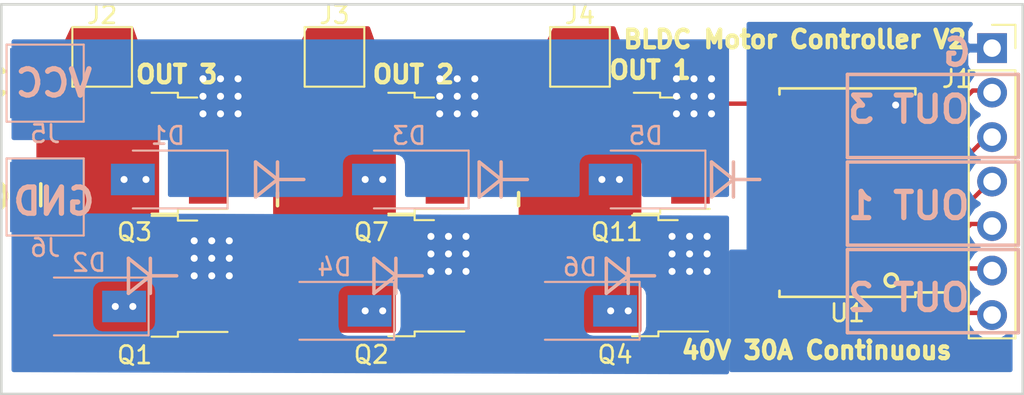
<source format=kicad_pcb>
(kicad_pcb (version 20171130) (host pcbnew "(5.0.1)-3")

  (general
    (thickness 1.6)
    (drawings 63)
    (tracks 94)
    (zones 0)
    (modules 19)
    (nets 22)
  )

  (page A4)
  (layers
    (0 F.Cu signal)
    (31 B.Cu signal)
    (32 B.Adhes user hide)
    (33 F.Adhes user hide)
    (34 B.Paste user hide)
    (35 F.Paste user hide)
    (36 B.SilkS user hide)
    (37 F.SilkS user hide)
    (38 B.Mask user hide)
    (39 F.Mask user hide)
    (40 Dwgs.User user hide)
    (41 Cmts.User user hide)
    (42 Eco1.User user hide)
    (43 Eco2.User user hide)
    (44 Edge.Cuts user)
    (45 Margin user hide)
    (46 B.CrtYd user hide)
    (47 F.CrtYd user hide)
    (48 B.Fab user hide)
    (49 F.Fab user hide)
  )

  (setup
    (last_trace_width 0.25)
    (trace_clearance 0.2)
    (zone_clearance 0.508)
    (zone_45_only no)
    (trace_min 0.2)
    (segment_width 0.2)
    (edge_width 0.15)
    (via_size 0.8)
    (via_drill 0.4)
    (via_min_size 0.4)
    (via_min_drill 0.3)
    (uvia_size 0.3)
    (uvia_drill 0.1)
    (uvias_allowed no)
    (uvia_min_size 0.2)
    (uvia_min_drill 0.1)
    (pcb_text_width 0.3)
    (pcb_text_size 1.5 1.5)
    (mod_edge_width 0.15)
    (mod_text_size 1 1)
    (mod_text_width 0.15)
    (pad_size 3 3)
    (pad_drill 0)
    (pad_to_mask_clearance 0.051)
    (solder_mask_min_width 0.25)
    (aux_axis_origin 0 0)
    (visible_elements 7FFFFFFF)
    (pcbplotparams
      (layerselection 0x010fc_ffffffff)
      (usegerberextensions false)
      (usegerberattributes false)
      (usegerberadvancedattributes false)
      (creategerberjobfile false)
      (excludeedgelayer true)
      (linewidth 0.100000)
      (plotframeref false)
      (viasonmask false)
      (mode 1)
      (useauxorigin false)
      (hpglpennumber 1)
      (hpglpenspeed 20)
      (hpglpendiameter 15.000000)
      (psnegative false)
      (psa4output false)
      (plotreference true)
      (plotvalue true)
      (plotinvisibletext false)
      (padsonsilk false)
      (subtractmaskfromsilk false)
      (outputformat 1)
      (mirror false)
      (drillshape 0)
      (scaleselection 1)
      (outputdirectory ""))
  )

  (net 0 "")
  (net 1 VCC)
  (net 2 OUT1)
  (net 3 GND)
  (net 4 OUT2)
  (net 5 OUT3)
  (net 6 MOTOR1)
  (net 7 MOTOR2)
  (net 8 MOTOR3)
  (net 9 "Net-(J1-Pad2)")
  (net 10 "Net-(J1-Pad3)")
  (net 11 "Net-(J1-Pad4)")
  (net 12 "Net-(J1-Pad5)")
  (net 13 "Net-(J1-Pad6)")
  (net 14 OUT4)
  (net 15 OUT5)
  (net 16 OUT6)
  (net 17 "Net-(U1-Pad7)")
  (net 18 "Net-(U1-Pad8)")
  (net 19 "Net-(U1-Pad11)")
  (net 20 "Net-(U1-Pad12)")
  (net 21 "Net-(J1-Pad7)")

  (net_class Default "This is the default net class."
    (clearance 0.2)
    (trace_width 0.25)
    (via_dia 0.8)
    (via_drill 0.4)
    (uvia_dia 0.3)
    (uvia_drill 0.1)
    (add_net GND)
    (add_net MOTOR1)
    (add_net MOTOR2)
    (add_net MOTOR3)
    (add_net "Net-(J1-Pad2)")
    (add_net "Net-(J1-Pad3)")
    (add_net "Net-(J1-Pad4)")
    (add_net "Net-(J1-Pad5)")
    (add_net "Net-(J1-Pad6)")
    (add_net "Net-(J1-Pad7)")
    (add_net "Net-(U1-Pad11)")
    (add_net "Net-(U1-Pad12)")
    (add_net "Net-(U1-Pad7)")
    (add_net "Net-(U1-Pad8)")
    (add_net OUT1)
    (add_net OUT2)
    (add_net OUT3)
    (add_net OUT4)
    (add_net OUT5)
    (add_net OUT6)
    (add_net VCC)
  )

  (net_class Wide ""
    (clearance 0.2)
    (trace_width 2)
    (via_dia 0.8)
    (via_drill 0.4)
    (uvia_dia 0.3)
    (uvia_drill 0.1)
  )

  (module Package_TO_SOT_SMD:TO-252-2 (layer F.Cu) (tedit 5A70A390) (tstamp 5E50C196)
    (at 134.35 57 180)
    (descr "TO-252 / DPAK SMD package, http://www.infineon.com/cms/en/product/packages/PG-TO252/PG-TO252-3-1/")
    (tags "DPAK TO-252 DPAK-3 TO-252-3 SOT-428")
    (path /5E436800)
    (attr smd)
    (fp_text reference Q3 (at 0 -4.5 180) (layer F.SilkS)
      (effects (font (size 1 1) (thickness 0.15)))
    )
    (fp_text value "P Channel 40V 30A" (at 0 4.5 180) (layer F.Fab)
      (effects (font (size 1 1) (thickness 0.15)))
    )
    (fp_line (start 3.95 -2.7) (end 4.95 -2.7) (layer F.Fab) (width 0.1))
    (fp_line (start 4.95 -2.7) (end 4.95 2.7) (layer F.Fab) (width 0.1))
    (fp_line (start 4.95 2.7) (end 3.95 2.7) (layer F.Fab) (width 0.1))
    (fp_line (start 3.95 -3.25) (end 3.95 3.25) (layer F.Fab) (width 0.1))
    (fp_line (start 3.95 3.25) (end -2.27 3.25) (layer F.Fab) (width 0.1))
    (fp_line (start -2.27 3.25) (end -2.27 -2.25) (layer F.Fab) (width 0.1))
    (fp_line (start -2.27 -2.25) (end -1.27 -3.25) (layer F.Fab) (width 0.1))
    (fp_line (start -1.27 -3.25) (end 3.95 -3.25) (layer F.Fab) (width 0.1))
    (fp_line (start -1.865 -2.655) (end -4.97 -2.655) (layer F.Fab) (width 0.1))
    (fp_line (start -4.97 -2.655) (end -4.97 -1.905) (layer F.Fab) (width 0.1))
    (fp_line (start -4.97 -1.905) (end -2.27 -1.905) (layer F.Fab) (width 0.1))
    (fp_line (start -2.27 1.905) (end -4.97 1.905) (layer F.Fab) (width 0.1))
    (fp_line (start -4.97 1.905) (end -4.97 2.655) (layer F.Fab) (width 0.1))
    (fp_line (start -4.97 2.655) (end -2.27 2.655) (layer F.Fab) (width 0.1))
    (fp_line (start -0.97 -3.45) (end -2.47 -3.45) (layer F.SilkS) (width 0.12))
    (fp_line (start -2.47 -3.45) (end -2.47 -3.18) (layer F.SilkS) (width 0.12))
    (fp_line (start -2.47 -3.18) (end -5.3 -3.18) (layer F.SilkS) (width 0.12))
    (fp_line (start -0.97 3.45) (end -2.47 3.45) (layer F.SilkS) (width 0.12))
    (fp_line (start -2.47 3.45) (end -2.47 3.18) (layer F.SilkS) (width 0.12))
    (fp_line (start -2.47 3.18) (end -3.57 3.18) (layer F.SilkS) (width 0.12))
    (fp_line (start -5.55 -3.5) (end -5.55 3.5) (layer F.CrtYd) (width 0.05))
    (fp_line (start -5.55 3.5) (end 5.55 3.5) (layer F.CrtYd) (width 0.05))
    (fp_line (start 5.55 3.5) (end 5.55 -3.5) (layer F.CrtYd) (width 0.05))
    (fp_line (start 5.55 -3.5) (end -5.55 -3.5) (layer F.CrtYd) (width 0.05))
    (fp_text user %R (at 0 0 180) (layer F.Fab)
      (effects (font (size 1 1) (thickness 0.15)))
    )
    (pad 1 smd rect (at -4.2 -2.28 180) (size 2.2 1.2) (layers F.Cu F.Paste F.Mask)
      (net 2 OUT1))
    (pad 3 smd rect (at -4.2 2.28 180) (size 2.2 1.2) (layers F.Cu F.Paste F.Mask)
      (net 1 VCC))
    (pad 2 smd rect (at 2.1 0 180) (size 6.4 5.8) (layers F.Cu F.Mask)
      (net 6 MOTOR1))
    (pad "" smd rect (at 3.775 1.525 180) (size 3.05 2.75) (layers F.Paste))
    (pad "" smd rect (at 0.425 -1.525 180) (size 3.05 2.75) (layers F.Paste))
    (pad "" smd rect (at 3.775 -1.525 180) (size 3.05 2.75) (layers F.Paste))
    (pad "" smd rect (at 0.425 1.525 180) (size 3.05 2.75) (layers F.Paste))
    (model ${KISYS3DMOD}/Package_TO_SOT_SMD.3dshapes/TO-252-2.wrl
      (at (xyz 0 0 0))
      (scale (xyz 1 1 1))
      (rotate (xyz 0 0 0))
    )
  )

  (module Diode_SMD:D_SMA (layer B.Cu) (tedit 586432E5) (tstamp 5E50C0B3)
    (at 136.25 58.5 180)
    (descr "Diode SMA (DO-214AC)")
    (tags "Diode SMA (DO-214AC)")
    (path /5E436CBB)
    (attr smd)
    (fp_text reference D1 (at 0 2.5 180) (layer B.SilkS)
      (effects (font (size 1 1) (thickness 0.15)) (justify mirror))
    )
    (fp_text value D (at 0 -2.6 180) (layer B.Fab)
      (effects (font (size 1 1) (thickness 0.15)) (justify mirror))
    )
    (fp_text user %R (at 0 2.5 180) (layer B.Fab)
      (effects (font (size 1 1) (thickness 0.15)) (justify mirror))
    )
    (fp_line (start -3.4 1.65) (end -3.4 -1.65) (layer B.SilkS) (width 0.12))
    (fp_line (start 2.3 -1.5) (end -2.3 -1.5) (layer B.Fab) (width 0.1))
    (fp_line (start -2.3 -1.5) (end -2.3 1.5) (layer B.Fab) (width 0.1))
    (fp_line (start 2.3 1.5) (end 2.3 -1.5) (layer B.Fab) (width 0.1))
    (fp_line (start 2.3 1.5) (end -2.3 1.5) (layer B.Fab) (width 0.1))
    (fp_line (start -3.5 1.75) (end 3.5 1.75) (layer B.CrtYd) (width 0.05))
    (fp_line (start 3.5 1.75) (end 3.5 -1.75) (layer B.CrtYd) (width 0.05))
    (fp_line (start 3.5 -1.75) (end -3.5 -1.75) (layer B.CrtYd) (width 0.05))
    (fp_line (start -3.5 -1.75) (end -3.5 1.75) (layer B.CrtYd) (width 0.05))
    (fp_line (start -0.64944 -0.00102) (end -1.55114 -0.00102) (layer B.Fab) (width 0.1))
    (fp_line (start 0.50118 -0.00102) (end 1.4994 -0.00102) (layer B.Fab) (width 0.1))
    (fp_line (start -0.64944 0.79908) (end -0.64944 -0.80112) (layer B.Fab) (width 0.1))
    (fp_line (start 0.50118 -0.75032) (end 0.50118 0.79908) (layer B.Fab) (width 0.1))
    (fp_line (start -0.64944 -0.00102) (end 0.50118 -0.75032) (layer B.Fab) (width 0.1))
    (fp_line (start -0.64944 -0.00102) (end 0.50118 0.79908) (layer B.Fab) (width 0.1))
    (fp_line (start -3.4 -1.65) (end 2 -1.65) (layer B.SilkS) (width 0.12))
    (fp_line (start -3.4 1.65) (end 2 1.65) (layer B.SilkS) (width 0.12))
    (pad 1 smd rect (at -2 0 180) (size 2.5 1.8) (layers B.Cu B.Paste B.Mask)
      (net 1 VCC))
    (pad 2 smd rect (at 2 0 180) (size 2.5 1.8) (layers B.Cu B.Paste B.Mask)
      (net 6 MOTOR1))
    (model ${KISYS3DMOD}/Diode_SMD.3dshapes/D_SMA.wrl
      (at (xyz 0 0 0))
      (scale (xyz 1 1 1))
      (rotate (xyz 0 0 0))
    )
  )

  (module Diode_SMD:D_SMA (layer B.Cu) (tedit 586432E5) (tstamp 5E50C0CB)
    (at 131.75 65.75 180)
    (descr "Diode SMA (DO-214AC)")
    (tags "Diode SMA (DO-214AC)")
    (path /5E436D7D)
    (attr smd)
    (fp_text reference D2 (at 0 2.5 180) (layer B.SilkS)
      (effects (font (size 1 1) (thickness 0.15)) (justify mirror))
    )
    (fp_text value D (at 0 -2.6 180) (layer B.Fab)
      (effects (font (size 1 1) (thickness 0.15)) (justify mirror))
    )
    (fp_line (start -3.4 1.65) (end 2 1.65) (layer B.SilkS) (width 0.12))
    (fp_line (start -3.4 -1.65) (end 2 -1.65) (layer B.SilkS) (width 0.12))
    (fp_line (start -0.64944 -0.00102) (end 0.50118 0.79908) (layer B.Fab) (width 0.1))
    (fp_line (start -0.64944 -0.00102) (end 0.50118 -0.75032) (layer B.Fab) (width 0.1))
    (fp_line (start 0.50118 -0.75032) (end 0.50118 0.79908) (layer B.Fab) (width 0.1))
    (fp_line (start -0.64944 0.79908) (end -0.64944 -0.80112) (layer B.Fab) (width 0.1))
    (fp_line (start 0.50118 -0.00102) (end 1.4994 -0.00102) (layer B.Fab) (width 0.1))
    (fp_line (start -0.64944 -0.00102) (end -1.55114 -0.00102) (layer B.Fab) (width 0.1))
    (fp_line (start -3.5 -1.75) (end -3.5 1.75) (layer B.CrtYd) (width 0.05))
    (fp_line (start 3.5 -1.75) (end -3.5 -1.75) (layer B.CrtYd) (width 0.05))
    (fp_line (start 3.5 1.75) (end 3.5 -1.75) (layer B.CrtYd) (width 0.05))
    (fp_line (start -3.5 1.75) (end 3.5 1.75) (layer B.CrtYd) (width 0.05))
    (fp_line (start 2.3 1.5) (end -2.3 1.5) (layer B.Fab) (width 0.1))
    (fp_line (start 2.3 1.5) (end 2.3 -1.5) (layer B.Fab) (width 0.1))
    (fp_line (start -2.3 -1.5) (end -2.3 1.5) (layer B.Fab) (width 0.1))
    (fp_line (start 2.3 -1.5) (end -2.3 -1.5) (layer B.Fab) (width 0.1))
    (fp_line (start -3.4 1.65) (end -3.4 -1.65) (layer B.SilkS) (width 0.12))
    (fp_text user %R (at 0 2.5 180) (layer B.Fab)
      (effects (font (size 1 1) (thickness 0.15)) (justify mirror))
    )
    (pad 2 smd rect (at 2 0 180) (size 2.5 1.8) (layers B.Cu B.Paste B.Mask)
      (net 3 GND))
    (pad 1 smd rect (at -2 0 180) (size 2.5 1.8) (layers B.Cu B.Paste B.Mask)
      (net 6 MOTOR1))
    (model ${KISYS3DMOD}/Diode_SMD.3dshapes/D_SMA.wrl
      (at (xyz 0 0 0))
      (scale (xyz 1 1 1))
      (rotate (xyz 0 0 0))
    )
  )

  (module Diode_SMD:D_SMA (layer B.Cu) (tedit 586432E5) (tstamp 5E50C0E3)
    (at 150 58.5 180)
    (descr "Diode SMA (DO-214AC)")
    (tags "Diode SMA (DO-214AC)")
    (path /5E4385CD)
    (attr smd)
    (fp_text reference D3 (at 0 2.5 180) (layer B.SilkS)
      (effects (font (size 1 1) (thickness 0.15)) (justify mirror))
    )
    (fp_text value D (at 0 -2.6 180) (layer B.Fab)
      (effects (font (size 1 1) (thickness 0.15)) (justify mirror))
    )
    (fp_text user %R (at 0 2.5 180) (layer B.Fab)
      (effects (font (size 1 1) (thickness 0.15)) (justify mirror))
    )
    (fp_line (start -3.4 1.65) (end -3.4 -1.65) (layer B.SilkS) (width 0.12))
    (fp_line (start 2.3 -1.5) (end -2.3 -1.5) (layer B.Fab) (width 0.1))
    (fp_line (start -2.3 -1.5) (end -2.3 1.5) (layer B.Fab) (width 0.1))
    (fp_line (start 2.3 1.5) (end 2.3 -1.5) (layer B.Fab) (width 0.1))
    (fp_line (start 2.3 1.5) (end -2.3 1.5) (layer B.Fab) (width 0.1))
    (fp_line (start -3.5 1.75) (end 3.5 1.75) (layer B.CrtYd) (width 0.05))
    (fp_line (start 3.5 1.75) (end 3.5 -1.75) (layer B.CrtYd) (width 0.05))
    (fp_line (start 3.5 -1.75) (end -3.5 -1.75) (layer B.CrtYd) (width 0.05))
    (fp_line (start -3.5 -1.75) (end -3.5 1.75) (layer B.CrtYd) (width 0.05))
    (fp_line (start -0.64944 -0.00102) (end -1.55114 -0.00102) (layer B.Fab) (width 0.1))
    (fp_line (start 0.50118 -0.00102) (end 1.4994 -0.00102) (layer B.Fab) (width 0.1))
    (fp_line (start -0.64944 0.79908) (end -0.64944 -0.80112) (layer B.Fab) (width 0.1))
    (fp_line (start 0.50118 -0.75032) (end 0.50118 0.79908) (layer B.Fab) (width 0.1))
    (fp_line (start -0.64944 -0.00102) (end 0.50118 -0.75032) (layer B.Fab) (width 0.1))
    (fp_line (start -0.64944 -0.00102) (end 0.50118 0.79908) (layer B.Fab) (width 0.1))
    (fp_line (start -3.4 -1.65) (end 2 -1.65) (layer B.SilkS) (width 0.12))
    (fp_line (start -3.4 1.65) (end 2 1.65) (layer B.SilkS) (width 0.12))
    (pad 1 smd rect (at -2 0 180) (size 2.5 1.8) (layers B.Cu B.Paste B.Mask)
      (net 1 VCC))
    (pad 2 smd rect (at 2 0 180) (size 2.5 1.8) (layers B.Cu B.Paste B.Mask)
      (net 7 MOTOR2))
    (model ${KISYS3DMOD}/Diode_SMD.3dshapes/D_SMA.wrl
      (at (xyz 0 0 0))
      (scale (xyz 1 1 1))
      (rotate (xyz 0 0 0))
    )
  )

  (module Diode_SMD:D_SMA (layer B.Cu) (tedit 586432E5) (tstamp 5E50C0FB)
    (at 145.75 66 180)
    (descr "Diode SMA (DO-214AC)")
    (tags "Diode SMA (DO-214AC)")
    (path /5E4385D4)
    (attr smd)
    (fp_text reference D4 (at 0 2.5 180) (layer B.SilkS)
      (effects (font (size 1 1) (thickness 0.15)) (justify mirror))
    )
    (fp_text value D (at 0 -2.6 180) (layer B.Fab)
      (effects (font (size 1 1) (thickness 0.15)) (justify mirror))
    )
    (fp_line (start -3.4 1.65) (end 2 1.65) (layer B.SilkS) (width 0.12))
    (fp_line (start -3.4 -1.65) (end 2 -1.65) (layer B.SilkS) (width 0.12))
    (fp_line (start -0.64944 -0.00102) (end 0.50118 0.79908) (layer B.Fab) (width 0.1))
    (fp_line (start -0.64944 -0.00102) (end 0.50118 -0.75032) (layer B.Fab) (width 0.1))
    (fp_line (start 0.50118 -0.75032) (end 0.50118 0.79908) (layer B.Fab) (width 0.1))
    (fp_line (start -0.64944 0.79908) (end -0.64944 -0.80112) (layer B.Fab) (width 0.1))
    (fp_line (start 0.50118 -0.00102) (end 1.4994 -0.00102) (layer B.Fab) (width 0.1))
    (fp_line (start -0.64944 -0.00102) (end -1.55114 -0.00102) (layer B.Fab) (width 0.1))
    (fp_line (start -3.5 -1.75) (end -3.5 1.75) (layer B.CrtYd) (width 0.05))
    (fp_line (start 3.5 -1.75) (end -3.5 -1.75) (layer B.CrtYd) (width 0.05))
    (fp_line (start 3.5 1.75) (end 3.5 -1.75) (layer B.CrtYd) (width 0.05))
    (fp_line (start -3.5 1.75) (end 3.5 1.75) (layer B.CrtYd) (width 0.05))
    (fp_line (start 2.3 1.5) (end -2.3 1.5) (layer B.Fab) (width 0.1))
    (fp_line (start 2.3 1.5) (end 2.3 -1.5) (layer B.Fab) (width 0.1))
    (fp_line (start -2.3 -1.5) (end -2.3 1.5) (layer B.Fab) (width 0.1))
    (fp_line (start 2.3 -1.5) (end -2.3 -1.5) (layer B.Fab) (width 0.1))
    (fp_line (start -3.4 1.65) (end -3.4 -1.65) (layer B.SilkS) (width 0.12))
    (fp_text user %R (at 0 2.5 180) (layer B.Fab)
      (effects (font (size 1 1) (thickness 0.15)) (justify mirror))
    )
    (pad 2 smd rect (at 2 0 180) (size 2.5 1.8) (layers B.Cu B.Paste B.Mask)
      (net 3 GND))
    (pad 1 smd rect (at -2 0 180) (size 2.5 1.8) (layers B.Cu B.Paste B.Mask)
      (net 7 MOTOR2))
    (model ${KISYS3DMOD}/Diode_SMD.3dshapes/D_SMA.wrl
      (at (xyz 0 0 0))
      (scale (xyz 1 1 1))
      (rotate (xyz 0 0 0))
    )
  )

  (module Diode_SMD:D_SMA (layer B.Cu) (tedit 586432E5) (tstamp 5E50C113)
    (at 163.5 58.5 180)
    (descr "Diode SMA (DO-214AC)")
    (tags "Diode SMA (DO-214AC)")
    (path /5E4396DA)
    (attr smd)
    (fp_text reference D5 (at 0 2.5 180) (layer B.SilkS)
      (effects (font (size 1 1) (thickness 0.15)) (justify mirror))
    )
    (fp_text value D (at 0 -2.6 180) (layer B.Fab)
      (effects (font (size 1 1) (thickness 0.15)) (justify mirror))
    )
    (fp_text user %R (at 0 2.5 180) (layer B.Fab)
      (effects (font (size 1 1) (thickness 0.15)) (justify mirror))
    )
    (fp_line (start -3.4 1.65) (end -3.4 -1.65) (layer B.SilkS) (width 0.12))
    (fp_line (start 2.3 -1.5) (end -2.3 -1.5) (layer B.Fab) (width 0.1))
    (fp_line (start -2.3 -1.5) (end -2.3 1.5) (layer B.Fab) (width 0.1))
    (fp_line (start 2.3 1.5) (end 2.3 -1.5) (layer B.Fab) (width 0.1))
    (fp_line (start 2.3 1.5) (end -2.3 1.5) (layer B.Fab) (width 0.1))
    (fp_line (start -3.5 1.75) (end 3.5 1.75) (layer B.CrtYd) (width 0.05))
    (fp_line (start 3.5 1.75) (end 3.5 -1.75) (layer B.CrtYd) (width 0.05))
    (fp_line (start 3.5 -1.75) (end -3.5 -1.75) (layer B.CrtYd) (width 0.05))
    (fp_line (start -3.5 -1.75) (end -3.5 1.75) (layer B.CrtYd) (width 0.05))
    (fp_line (start -0.64944 -0.00102) (end -1.55114 -0.00102) (layer B.Fab) (width 0.1))
    (fp_line (start 0.50118 -0.00102) (end 1.4994 -0.00102) (layer B.Fab) (width 0.1))
    (fp_line (start -0.64944 0.79908) (end -0.64944 -0.80112) (layer B.Fab) (width 0.1))
    (fp_line (start 0.50118 -0.75032) (end 0.50118 0.79908) (layer B.Fab) (width 0.1))
    (fp_line (start -0.64944 -0.00102) (end 0.50118 -0.75032) (layer B.Fab) (width 0.1))
    (fp_line (start -0.64944 -0.00102) (end 0.50118 0.79908) (layer B.Fab) (width 0.1))
    (fp_line (start -3.4 -1.65) (end 2 -1.65) (layer B.SilkS) (width 0.12))
    (fp_line (start -3.4 1.65) (end 2 1.65) (layer B.SilkS) (width 0.12))
    (pad 1 smd rect (at -2 0 180) (size 2.5 1.8) (layers B.Cu B.Paste B.Mask)
      (net 1 VCC))
    (pad 2 smd rect (at 2 0 180) (size 2.5 1.8) (layers B.Cu B.Paste B.Mask)
      (net 8 MOTOR3))
    (model ${KISYS3DMOD}/Diode_SMD.3dshapes/D_SMA.wrl
      (at (xyz 0 0 0))
      (scale (xyz 1 1 1))
      (rotate (xyz 0 0 0))
    )
  )

  (module Diode_SMD:D_SMA (layer B.Cu) (tedit 586432E5) (tstamp 5E50C12B)
    (at 159.75 66 180)
    (descr "Diode SMA (DO-214AC)")
    (tags "Diode SMA (DO-214AC)")
    (path /5E4396E1)
    (attr smd)
    (fp_text reference D6 (at 0 2.5 180) (layer B.SilkS)
      (effects (font (size 1 1) (thickness 0.15)) (justify mirror))
    )
    (fp_text value D (at 0 -2.6 180) (layer B.Fab)
      (effects (font (size 1 1) (thickness 0.15)) (justify mirror))
    )
    (fp_line (start -3.4 1.65) (end 2 1.65) (layer B.SilkS) (width 0.12))
    (fp_line (start -3.4 -1.65) (end 2 -1.65) (layer B.SilkS) (width 0.12))
    (fp_line (start -0.64944 -0.00102) (end 0.50118 0.79908) (layer B.Fab) (width 0.1))
    (fp_line (start -0.64944 -0.00102) (end 0.50118 -0.75032) (layer B.Fab) (width 0.1))
    (fp_line (start 0.50118 -0.75032) (end 0.50118 0.79908) (layer B.Fab) (width 0.1))
    (fp_line (start -0.64944 0.79908) (end -0.64944 -0.80112) (layer B.Fab) (width 0.1))
    (fp_line (start 0.50118 -0.00102) (end 1.4994 -0.00102) (layer B.Fab) (width 0.1))
    (fp_line (start -0.64944 -0.00102) (end -1.55114 -0.00102) (layer B.Fab) (width 0.1))
    (fp_line (start -3.5 -1.75) (end -3.5 1.75) (layer B.CrtYd) (width 0.05))
    (fp_line (start 3.5 -1.75) (end -3.5 -1.75) (layer B.CrtYd) (width 0.05))
    (fp_line (start 3.5 1.75) (end 3.5 -1.75) (layer B.CrtYd) (width 0.05))
    (fp_line (start -3.5 1.75) (end 3.5 1.75) (layer B.CrtYd) (width 0.05))
    (fp_line (start 2.3 1.5) (end -2.3 1.5) (layer B.Fab) (width 0.1))
    (fp_line (start 2.3 1.5) (end 2.3 -1.5) (layer B.Fab) (width 0.1))
    (fp_line (start -2.3 -1.5) (end -2.3 1.5) (layer B.Fab) (width 0.1))
    (fp_line (start 2.3 -1.5) (end -2.3 -1.5) (layer B.Fab) (width 0.1))
    (fp_line (start -3.4 1.65) (end -3.4 -1.65) (layer B.SilkS) (width 0.12))
    (fp_text user %R (at 0 2.5 180) (layer B.Fab)
      (effects (font (size 1 1) (thickness 0.15)) (justify mirror))
    )
    (pad 2 smd rect (at 2 0 180) (size 2.5 1.8) (layers B.Cu B.Paste B.Mask)
      (net 3 GND))
    (pad 1 smd rect (at -2 0 180) (size 2.5 1.8) (layers B.Cu B.Paste B.Mask)
      (net 8 MOTOR3))
    (model ${KISYS3DMOD}/Diode_SMD.3dshapes/D_SMA.wrl
      (at (xyz 0 0 0))
      (scale (xyz 1 1 1))
      (rotate (xyz 0 0 0))
    )
  )

  (module Package_TO_SOT_SMD:TO-252-2 (layer F.Cu) (tedit 5A70A390) (tstamp 5E50C1DE)
    (at 147.85 57 180)
    (descr "TO-252 / DPAK SMD package, http://www.infineon.com/cms/en/product/packages/PG-TO252/PG-TO252-3-1/")
    (tags "DPAK TO-252 DPAK-3 TO-252-3 SOT-428")
    (path /5E4385BF)
    (attr smd)
    (fp_text reference Q7 (at 0 -4.5 180) (layer F.SilkS)
      (effects (font (size 1 1) (thickness 0.15)))
    )
    (fp_text value "P Channel 40V 30A" (at 0 4.5 180) (layer F.Fab)
      (effects (font (size 1 1) (thickness 0.15)))
    )
    (fp_line (start 3.95 -2.7) (end 4.95 -2.7) (layer F.Fab) (width 0.1))
    (fp_line (start 4.95 -2.7) (end 4.95 2.7) (layer F.Fab) (width 0.1))
    (fp_line (start 4.95 2.7) (end 3.95 2.7) (layer F.Fab) (width 0.1))
    (fp_line (start 3.95 -3.25) (end 3.95 3.25) (layer F.Fab) (width 0.1))
    (fp_line (start 3.95 3.25) (end -2.27 3.25) (layer F.Fab) (width 0.1))
    (fp_line (start -2.27 3.25) (end -2.27 -2.25) (layer F.Fab) (width 0.1))
    (fp_line (start -2.27 -2.25) (end -1.27 -3.25) (layer F.Fab) (width 0.1))
    (fp_line (start -1.27 -3.25) (end 3.95 -3.25) (layer F.Fab) (width 0.1))
    (fp_line (start -1.865 -2.655) (end -4.97 -2.655) (layer F.Fab) (width 0.1))
    (fp_line (start -4.97 -2.655) (end -4.97 -1.905) (layer F.Fab) (width 0.1))
    (fp_line (start -4.97 -1.905) (end -2.27 -1.905) (layer F.Fab) (width 0.1))
    (fp_line (start -2.27 1.905) (end -4.97 1.905) (layer F.Fab) (width 0.1))
    (fp_line (start -4.97 1.905) (end -4.97 2.655) (layer F.Fab) (width 0.1))
    (fp_line (start -4.97 2.655) (end -2.27 2.655) (layer F.Fab) (width 0.1))
    (fp_line (start -0.97 -3.45) (end -2.47 -3.45) (layer F.SilkS) (width 0.12))
    (fp_line (start -2.47 -3.45) (end -2.47 -3.18) (layer F.SilkS) (width 0.12))
    (fp_line (start -2.47 -3.18) (end -5.3 -3.18) (layer F.SilkS) (width 0.12))
    (fp_line (start -0.97 3.45) (end -2.47 3.45) (layer F.SilkS) (width 0.12))
    (fp_line (start -2.47 3.45) (end -2.47 3.18) (layer F.SilkS) (width 0.12))
    (fp_line (start -2.47 3.18) (end -3.57 3.18) (layer F.SilkS) (width 0.12))
    (fp_line (start -5.55 -3.5) (end -5.55 3.5) (layer F.CrtYd) (width 0.05))
    (fp_line (start -5.55 3.5) (end 5.55 3.5) (layer F.CrtYd) (width 0.05))
    (fp_line (start 5.55 3.5) (end 5.55 -3.5) (layer F.CrtYd) (width 0.05))
    (fp_line (start 5.55 -3.5) (end -5.55 -3.5) (layer F.CrtYd) (width 0.05))
    (fp_text user %R (at 0 0 180) (layer F.Fab)
      (effects (font (size 1 1) (thickness 0.15)))
    )
    (pad 1 smd rect (at -4.2 -2.28 180) (size 2.2 1.2) (layers F.Cu F.Paste F.Mask)
      (net 5 OUT3))
    (pad 3 smd rect (at -4.2 2.28 180) (size 2.2 1.2) (layers F.Cu F.Paste F.Mask)
      (net 1 VCC))
    (pad 2 smd rect (at 2.1 0 180) (size 6.4 5.8) (layers F.Cu F.Mask)
      (net 7 MOTOR2))
    (pad "" smd rect (at 3.775 1.525 180) (size 3.05 2.75) (layers F.Paste))
    (pad "" smd rect (at 0.425 -1.525 180) (size 3.05 2.75) (layers F.Paste))
    (pad "" smd rect (at 3.775 -1.525 180) (size 3.05 2.75) (layers F.Paste))
    (pad "" smd rect (at 0.425 1.525 180) (size 3.05 2.75) (layers F.Paste))
    (model ${KISYS3DMOD}/Package_TO_SOT_SMD.3dshapes/TO-252-2.wrl
      (at (xyz 0 0 0))
      (scale (xyz 1 1 1))
      (rotate (xyz 0 0 0))
    )
  )

  (module Package_TO_SOT_SMD:TO-252-2 (layer F.Cu) (tedit 5A70A390) (tstamp 5E50C226)
    (at 161.85 57 180)
    (descr "TO-252 / DPAK SMD package, http://www.infineon.com/cms/en/product/packages/PG-TO252/PG-TO252-3-1/")
    (tags "DPAK TO-252 DPAK-3 TO-252-3 SOT-428")
    (path /5E4396CC)
    (attr smd)
    (fp_text reference Q11 (at 0 -4.5 180) (layer F.SilkS)
      (effects (font (size 1 1) (thickness 0.15)))
    )
    (fp_text value "P Channel 40V 30A" (at 0 4.5 180) (layer F.Fab)
      (effects (font (size 1 1) (thickness 0.15)))
    )
    (fp_text user %R (at 0 0 180) (layer F.Fab)
      (effects (font (size 1 1) (thickness 0.15)))
    )
    (fp_line (start 5.55 -3.5) (end -5.55 -3.5) (layer F.CrtYd) (width 0.05))
    (fp_line (start 5.55 3.5) (end 5.55 -3.5) (layer F.CrtYd) (width 0.05))
    (fp_line (start -5.55 3.5) (end 5.55 3.5) (layer F.CrtYd) (width 0.05))
    (fp_line (start -5.55 -3.5) (end -5.55 3.5) (layer F.CrtYd) (width 0.05))
    (fp_line (start -2.47 3.18) (end -3.57 3.18) (layer F.SilkS) (width 0.12))
    (fp_line (start -2.47 3.45) (end -2.47 3.18) (layer F.SilkS) (width 0.12))
    (fp_line (start -0.97 3.45) (end -2.47 3.45) (layer F.SilkS) (width 0.12))
    (fp_line (start -2.47 -3.18) (end -5.3 -3.18) (layer F.SilkS) (width 0.12))
    (fp_line (start -2.47 -3.45) (end -2.47 -3.18) (layer F.SilkS) (width 0.12))
    (fp_line (start -0.97 -3.45) (end -2.47 -3.45) (layer F.SilkS) (width 0.12))
    (fp_line (start -4.97 2.655) (end -2.27 2.655) (layer F.Fab) (width 0.1))
    (fp_line (start -4.97 1.905) (end -4.97 2.655) (layer F.Fab) (width 0.1))
    (fp_line (start -2.27 1.905) (end -4.97 1.905) (layer F.Fab) (width 0.1))
    (fp_line (start -4.97 -1.905) (end -2.27 -1.905) (layer F.Fab) (width 0.1))
    (fp_line (start -4.97 -2.655) (end -4.97 -1.905) (layer F.Fab) (width 0.1))
    (fp_line (start -1.865 -2.655) (end -4.97 -2.655) (layer F.Fab) (width 0.1))
    (fp_line (start -1.27 -3.25) (end 3.95 -3.25) (layer F.Fab) (width 0.1))
    (fp_line (start -2.27 -2.25) (end -1.27 -3.25) (layer F.Fab) (width 0.1))
    (fp_line (start -2.27 3.25) (end -2.27 -2.25) (layer F.Fab) (width 0.1))
    (fp_line (start 3.95 3.25) (end -2.27 3.25) (layer F.Fab) (width 0.1))
    (fp_line (start 3.95 -3.25) (end 3.95 3.25) (layer F.Fab) (width 0.1))
    (fp_line (start 4.95 2.7) (end 3.95 2.7) (layer F.Fab) (width 0.1))
    (fp_line (start 4.95 -2.7) (end 4.95 2.7) (layer F.Fab) (width 0.1))
    (fp_line (start 3.95 -2.7) (end 4.95 -2.7) (layer F.Fab) (width 0.1))
    (pad "" smd rect (at 0.425 1.525 180) (size 3.05 2.75) (layers F.Paste))
    (pad "" smd rect (at 3.775 -1.525 180) (size 3.05 2.75) (layers F.Paste))
    (pad "" smd rect (at 0.425 -1.525 180) (size 3.05 2.75) (layers F.Paste))
    (pad "" smd rect (at 3.775 1.525 180) (size 3.05 2.75) (layers F.Paste))
    (pad 2 smd rect (at 2.1 0 180) (size 6.4 5.8) (layers F.Cu F.Mask)
      (net 8 MOTOR3))
    (pad 3 smd rect (at -4.2 2.28 180) (size 2.2 1.2) (layers F.Cu F.Paste F.Mask)
      (net 1 VCC))
    (pad 1 smd rect (at -4.2 -2.28 180) (size 2.2 1.2) (layers F.Cu F.Paste F.Mask)
      (net 15 OUT5))
    (model ${KISYS3DMOD}/Package_TO_SOT_SMD.3dshapes/TO-252-2.wrl
      (at (xyz 0 0 0))
      (scale (xyz 1 1 1))
      (rotate (xyz 0 0 0))
    )
  )

  (module Package_SO:SOIC-18W_7.5x11.6mm_P1.27mm (layer F.Cu) (tedit 5A02F2D3) (tstamp 5E50C271)
    (at 175 59.25 180)
    (descr "18-Lead Plastic Small Outline (SO) - Wide, 7.50 mm Body [SOIC] (see Microchip Packaging Specification 00000049BS.pdf)")
    (tags "SOIC 1.27")
    (path /5E4446DB)
    (attr smd)
    (fp_text reference U1 (at 0 -6.875 180) (layer F.SilkS)
      (effects (font (size 1 1) (thickness 0.15)))
    )
    (fp_text value ULN2803A (at 0 6.875 180) (layer F.Fab)
      (effects (font (size 1 1) (thickness 0.15)))
    )
    (fp_text user %R (at 0 0 180) (layer F.Fab)
      (effects (font (size 1 1) (thickness 0.15)))
    )
    (fp_line (start -2.75 -5.8) (end 3.75 -5.8) (layer F.Fab) (width 0.15))
    (fp_line (start 3.75 -5.8) (end 3.75 5.8) (layer F.Fab) (width 0.15))
    (fp_line (start 3.75 5.8) (end -3.75 5.8) (layer F.Fab) (width 0.15))
    (fp_line (start -3.75 5.8) (end -3.75 -4.8) (layer F.Fab) (width 0.15))
    (fp_line (start -3.75 -4.8) (end -2.75 -5.8) (layer F.Fab) (width 0.15))
    (fp_line (start -5.95 -6.15) (end -5.95 6.15) (layer F.CrtYd) (width 0.05))
    (fp_line (start 5.95 -6.15) (end 5.95 6.15) (layer F.CrtYd) (width 0.05))
    (fp_line (start -5.95 -6.15) (end 5.95 -6.15) (layer F.CrtYd) (width 0.05))
    (fp_line (start -5.95 6.15) (end 5.95 6.15) (layer F.CrtYd) (width 0.05))
    (fp_line (start -3.875 -5.95) (end -3.875 -5.7) (layer F.SilkS) (width 0.15))
    (fp_line (start 3.875 -5.95) (end 3.875 -5.605) (layer F.SilkS) (width 0.15))
    (fp_line (start 3.875 5.95) (end 3.875 5.605) (layer F.SilkS) (width 0.15))
    (fp_line (start -3.875 5.95) (end -3.875 5.605) (layer F.SilkS) (width 0.15))
    (fp_line (start -3.875 -5.95) (end 3.875 -5.95) (layer F.SilkS) (width 0.15))
    (fp_line (start -3.875 5.95) (end 3.875 5.95) (layer F.SilkS) (width 0.15))
    (fp_line (start -3.875 -5.7) (end -5.7 -5.7) (layer F.SilkS) (width 0.15))
    (pad 1 smd rect (at -4.7 -5.08 180) (size 2 0.6) (layers F.Cu F.Paste F.Mask)
      (net 21 "Net-(J1-Pad7)"))
    (pad 2 smd rect (at -4.7 -3.81 180) (size 2 0.6) (layers F.Cu F.Paste F.Mask)
      (net 13 "Net-(J1-Pad6)"))
    (pad 3 smd rect (at -4.7 -2.54 180) (size 2 0.6) (layers F.Cu F.Paste F.Mask)
      (net 12 "Net-(J1-Pad5)"))
    (pad 4 smd rect (at -4.7 -1.27 180) (size 2 0.6) (layers F.Cu F.Paste F.Mask)
      (net 11 "Net-(J1-Pad4)"))
    (pad 5 smd rect (at -4.7 0 180) (size 2 0.6) (layers F.Cu F.Paste F.Mask)
      (net 10 "Net-(J1-Pad3)"))
    (pad 6 smd rect (at -4.7 1.27 180) (size 2 0.6) (layers F.Cu F.Paste F.Mask)
      (net 9 "Net-(J1-Pad2)"))
    (pad 7 smd rect (at -4.7 2.54 180) (size 2 0.6) (layers F.Cu F.Paste F.Mask)
      (net 17 "Net-(U1-Pad7)"))
    (pad 8 smd rect (at -4.7 3.81 180) (size 2 0.6) (layers F.Cu F.Paste F.Mask)
      (net 18 "Net-(U1-Pad8)"))
    (pad 9 smd rect (at -4.7 5.08 180) (size 2 0.6) (layers F.Cu F.Paste F.Mask)
      (net 3 GND))
    (pad 10 smd rect (at 4.7 5.08 180) (size 2 0.6) (layers F.Cu F.Paste F.Mask)
      (net 1 VCC))
    (pad 11 smd rect (at 4.7 3.81 180) (size 2 0.6) (layers F.Cu F.Paste F.Mask)
      (net 19 "Net-(U1-Pad11)"))
    (pad 12 smd rect (at 4.7 2.54 180) (size 2 0.6) (layers F.Cu F.Paste F.Mask)
      (net 20 "Net-(U1-Pad12)"))
    (pad 13 smd rect (at 4.7 1.27 180) (size 2 0.6) (layers F.Cu F.Paste F.Mask)
      (net 16 OUT6))
    (pad 14 smd rect (at 4.7 0 180) (size 2 0.6) (layers F.Cu F.Paste F.Mask)
      (net 15 OUT5))
    (pad 15 smd rect (at 4.7 -1.27 180) (size 2 0.6) (layers F.Cu F.Paste F.Mask)
      (net 14 OUT4))
    (pad 16 smd rect (at 4.7 -2.54 180) (size 2 0.6) (layers F.Cu F.Paste F.Mask)
      (net 5 OUT3))
    (pad 17 smd rect (at 4.7 -3.81 180) (size 2 0.6) (layers F.Cu F.Paste F.Mask)
      (net 4 OUT2))
    (pad 18 smd rect (at 4.7 -5.08 180) (size 2 0.6) (layers F.Cu F.Paste F.Mask)
      (net 2 OUT1))
    (model ${KISYS3DMOD}/Package_SO.3dshapes/SOIC-18W_7.5x11.6mm_P1.27mm.wrl
      (at (xyz 0 0 0))
      (scale (xyz 1 1 1))
      (rotate (xyz 0 0 0))
    )
  )

  (module TestPoint:TestPoint_Pad_3.0x3.0mm (layer F.Cu) (tedit 5A0F774F) (tstamp 5E50DE57)
    (at 132.5 51.5)
    (descr "SMD rectangular pad as test Point, square 3.0mm side length")
    (tags "test point SMD pad rectangle square")
    (path /5E45278B)
    (attr virtual)
    (fp_text reference J2 (at 0 -2.398) (layer F.SilkS)
      (effects (font (size 1 1) (thickness 0.15)))
    )
    (fp_text value Conn_01x01_Female (at 0 2.55) (layer F.Fab)
      (effects (font (size 1 1) (thickness 0.15)))
    )
    (fp_text user %R (at 0 -2.4) (layer F.Fab)
      (effects (font (size 1 1) (thickness 0.15)))
    )
    (fp_line (start -1.7 -1.7) (end 1.7 -1.7) (layer F.SilkS) (width 0.12))
    (fp_line (start 1.7 -1.7) (end 1.7 1.7) (layer F.SilkS) (width 0.12))
    (fp_line (start 1.7 1.7) (end -1.7 1.7) (layer F.SilkS) (width 0.12))
    (fp_line (start -1.7 1.7) (end -1.7 -1.7) (layer F.SilkS) (width 0.12))
    (fp_line (start -2 -2) (end 2 -2) (layer F.CrtYd) (width 0.05))
    (fp_line (start -2 -2) (end -2 2) (layer F.CrtYd) (width 0.05))
    (fp_line (start 2 2) (end 2 -2) (layer F.CrtYd) (width 0.05))
    (fp_line (start 2 2) (end -2 2) (layer F.CrtYd) (width 0.05))
    (pad 1 smd rect (at 0 0) (size 3 3) (layers F.Cu F.Mask)
      (net 6 MOTOR1))
  )

  (module TestPoint:TestPoint_Pad_3.0x3.0mm (layer F.Cu) (tedit 5A0F774F) (tstamp 5E50DE64)
    (at 145.75 51.5)
    (descr "SMD rectangular pad as test Point, square 3.0mm side length")
    (tags "test point SMD pad rectangle square")
    (path /5E4527EE)
    (attr virtual)
    (fp_text reference J3 (at 0 -2.398) (layer F.SilkS)
      (effects (font (size 1 1) (thickness 0.15)))
    )
    (fp_text value Conn_01x01_Female (at 0 2.55) (layer F.Fab)
      (effects (font (size 1 1) (thickness 0.15)))
    )
    (fp_line (start 2 2) (end -2 2) (layer F.CrtYd) (width 0.05))
    (fp_line (start 2 2) (end 2 -2) (layer F.CrtYd) (width 0.05))
    (fp_line (start -2 -2) (end -2 2) (layer F.CrtYd) (width 0.05))
    (fp_line (start -2 -2) (end 2 -2) (layer F.CrtYd) (width 0.05))
    (fp_line (start -1.7 1.7) (end -1.7 -1.7) (layer F.SilkS) (width 0.12))
    (fp_line (start 1.7 1.7) (end -1.7 1.7) (layer F.SilkS) (width 0.12))
    (fp_line (start 1.7 -1.7) (end 1.7 1.7) (layer F.SilkS) (width 0.12))
    (fp_line (start -1.7 -1.7) (end 1.7 -1.7) (layer F.SilkS) (width 0.12))
    (fp_text user %R (at 0 -2.4) (layer F.Fab)
      (effects (font (size 1 1) (thickness 0.15)))
    )
    (pad 1 smd rect (at 0 0) (size 3 3) (layers F.Cu F.Mask)
      (net 7 MOTOR2))
  )

  (module TestPoint:TestPoint_Pad_3.0x3.0mm (layer F.Cu) (tedit 5A0F774F) (tstamp 5E50DE7E)
    (at 159.75 51.5)
    (descr "SMD rectangular pad as test Point, square 3.0mm side length")
    (tags "test point SMD pad rectangle square")
    (path /5E452D38)
    (attr virtual)
    (fp_text reference J4 (at 0 -2.398) (layer F.SilkS)
      (effects (font (size 1 1) (thickness 0.15)))
    )
    (fp_text value Conn_01x01_Female (at 0 2.55) (layer F.Fab)
      (effects (font (size 1 1) (thickness 0.15)))
    )
    (fp_text user %R (at 0 -2.4) (layer F.Fab)
      (effects (font (size 1 1) (thickness 0.15)))
    )
    (fp_line (start -1.7 -1.7) (end 1.7 -1.7) (layer F.SilkS) (width 0.12))
    (fp_line (start 1.7 -1.7) (end 1.7 1.7) (layer F.SilkS) (width 0.12))
    (fp_line (start 1.7 1.7) (end -1.7 1.7) (layer F.SilkS) (width 0.12))
    (fp_line (start -1.7 1.7) (end -1.7 -1.7) (layer F.SilkS) (width 0.12))
    (fp_line (start -2 -2) (end 2 -2) (layer F.CrtYd) (width 0.05))
    (fp_line (start -2 -2) (end -2 2) (layer F.CrtYd) (width 0.05))
    (fp_line (start 2 2) (end 2 -2) (layer F.CrtYd) (width 0.05))
    (fp_line (start 2 2) (end -2 2) (layer F.CrtYd) (width 0.05))
    (pad 1 smd rect (at 0 0) (size 3 3) (layers F.Cu F.Mask)
      (net 8 MOTOR3))
  )

  (module TestPoint:TestPoint_Pad_4.0x4.0mm (layer B.Cu) (tedit 5A0F774F) (tstamp 5E50DE8C)
    (at 129.25 53)
    (descr "SMD rectangular pad as test Point, square 4.0mm side length")
    (tags "test point SMD pad rectangle square")
    (path /5E453922)
    (attr virtual)
    (fp_text reference J5 (at 0 2.898) (layer B.SilkS)
      (effects (font (size 1 1) (thickness 0.15)) (justify mirror))
    )
    (fp_text value Conn_01x01_Female (at 0 -3.1) (layer B.Fab)
      (effects (font (size 1 1) (thickness 0.15)) (justify mirror))
    )
    (fp_line (start 2.5 -2.5) (end -2.5 -2.5) (layer B.CrtYd) (width 0.05))
    (fp_line (start 2.5 -2.5) (end 2.5 2.5) (layer B.CrtYd) (width 0.05))
    (fp_line (start -2.5 2.5) (end -2.5 -2.5) (layer B.CrtYd) (width 0.05))
    (fp_line (start -2.5 2.5) (end 2.5 2.5) (layer B.CrtYd) (width 0.05))
    (fp_line (start -2.2 -2.2) (end -2.2 2.2) (layer B.SilkS) (width 0.12))
    (fp_line (start 2.2 -2.2) (end -2.2 -2.2) (layer B.SilkS) (width 0.12))
    (fp_line (start 2.2 2.2) (end 2.2 -2.2) (layer B.SilkS) (width 0.12))
    (fp_line (start -2.2 2.2) (end 2.2 2.2) (layer B.SilkS) (width 0.12))
    (fp_text user %R (at 0 2.9) (layer B.Fab)
      (effects (font (size 1 1) (thickness 0.15)) (justify mirror))
    )
    (pad 1 smd rect (at 0 0) (size 4 4) (layers B.Cu B.Mask)
      (net 1 VCC))
  )

  (module TestPoint:TestPoint_Pad_4.0x4.0mm (layer B.Cu) (tedit 5A0F774F) (tstamp 5E50DE9A)
    (at 129.25 59.5)
    (descr "SMD rectangular pad as test Point, square 4.0mm side length")
    (tags "test point SMD pad rectangle square")
    (path /5E453E6D)
    (attr virtual)
    (fp_text reference J6 (at 0 2.898) (layer B.SilkS)
      (effects (font (size 1 1) (thickness 0.15)) (justify mirror))
    )
    (fp_text value Conn_01x01_Female (at 0 -3.1) (layer B.Fab)
      (effects (font (size 1 1) (thickness 0.15)) (justify mirror))
    )
    (fp_text user %R (at 0 2.9) (layer B.Fab)
      (effects (font (size 1 1) (thickness 0.15)) (justify mirror))
    )
    (fp_line (start -2.2 2.2) (end 2.2 2.2) (layer B.SilkS) (width 0.12))
    (fp_line (start 2.2 2.2) (end 2.2 -2.2) (layer B.SilkS) (width 0.12))
    (fp_line (start 2.2 -2.2) (end -2.2 -2.2) (layer B.SilkS) (width 0.12))
    (fp_line (start -2.2 -2.2) (end -2.2 2.2) (layer B.SilkS) (width 0.12))
    (fp_line (start -2.5 2.5) (end 2.5 2.5) (layer B.CrtYd) (width 0.05))
    (fp_line (start -2.5 2.5) (end -2.5 -2.5) (layer B.CrtYd) (width 0.05))
    (fp_line (start 2.5 -2.5) (end 2.5 2.5) (layer B.CrtYd) (width 0.05))
    (fp_line (start 2.5 -2.5) (end -2.5 -2.5) (layer B.CrtYd) (width 0.05))
    (pad 1 smd rect (at 0 0) (size 4 4) (layers B.Cu B.Mask)
      (net 3 GND))
  )

  (module Connector_PinSocket_2.54mm:PinSocket_1x07_P2.54mm_Vertical (layer F.Cu) (tedit 5A19A433) (tstamp 5E50E998)
    (at 183.25 51)
    (descr "Through hole straight socket strip, 1x07, 2.54mm pitch, single row (from Kicad 4.0.7), script generated")
    (tags "Through hole socket strip THT 1x07 2.54mm single row")
    (path /5E43BAEE)
    (fp_text reference J1 (at -2 1.75) (layer F.SilkS)
      (effects (font (size 1 1) (thickness 0.15)))
    )
    (fp_text value Conn_01x07_Female (at 0 18.01) (layer F.Fab)
      (effects (font (size 1 1) (thickness 0.15)))
    )
    (fp_line (start -1.27 -1.27) (end 0.635 -1.27) (layer F.Fab) (width 0.1))
    (fp_line (start 0.635 -1.27) (end 1.27 -0.635) (layer F.Fab) (width 0.1))
    (fp_line (start 1.27 -0.635) (end 1.27 16.51) (layer F.Fab) (width 0.1))
    (fp_line (start 1.27 16.51) (end -1.27 16.51) (layer F.Fab) (width 0.1))
    (fp_line (start -1.27 16.51) (end -1.27 -1.27) (layer F.Fab) (width 0.1))
    (fp_line (start -1.33 1.27) (end 1.33 1.27) (layer F.SilkS) (width 0.12))
    (fp_line (start -1.33 1.27) (end -1.33 16.57) (layer F.SilkS) (width 0.12))
    (fp_line (start -1.33 16.57) (end 1.33 16.57) (layer F.SilkS) (width 0.12))
    (fp_line (start 1.33 1.27) (end 1.33 16.57) (layer F.SilkS) (width 0.12))
    (fp_line (start 1.33 -1.33) (end 1.33 0) (layer F.SilkS) (width 0.12))
    (fp_line (start 0 -1.33) (end 1.33 -1.33) (layer F.SilkS) (width 0.12))
    (fp_line (start -1.8 -1.8) (end 1.75 -1.8) (layer F.CrtYd) (width 0.05))
    (fp_line (start 1.75 -1.8) (end 1.75 17) (layer F.CrtYd) (width 0.05))
    (fp_line (start 1.75 17) (end -1.8 17) (layer F.CrtYd) (width 0.05))
    (fp_line (start -1.8 17) (end -1.8 -1.8) (layer F.CrtYd) (width 0.05))
    (fp_text user %R (at 0 7.62 90) (layer F.Fab)
      (effects (font (size 1 1) (thickness 0.15)))
    )
    (pad 1 thru_hole rect (at 0 0) (size 1.7 1.7) (drill 1) (layers *.Cu *.Mask)
      (net 3 GND))
    (pad 2 thru_hole oval (at 0 2.54) (size 1.7 1.7) (drill 1) (layers *.Cu *.Mask)
      (net 9 "Net-(J1-Pad2)"))
    (pad 3 thru_hole oval (at 0 5.08) (size 1.7 1.7) (drill 1) (layers *.Cu *.Mask)
      (net 10 "Net-(J1-Pad3)"))
    (pad 4 thru_hole oval (at 0 7.62) (size 1.7 1.7) (drill 1) (layers *.Cu *.Mask)
      (net 11 "Net-(J1-Pad4)"))
    (pad 5 thru_hole oval (at 0 10.16) (size 1.7 1.7) (drill 1) (layers *.Cu *.Mask)
      (net 12 "Net-(J1-Pad5)"))
    (pad 6 thru_hole oval (at 0 12.7) (size 1.7 1.7) (drill 1) (layers *.Cu *.Mask)
      (net 13 "Net-(J1-Pad6)"))
    (pad 7 thru_hole oval (at 0 15.24) (size 1.7 1.7) (drill 1) (layers *.Cu *.Mask)
      (net 21 "Net-(J1-Pad7)"))
    (model ${KISYS3DMOD}/Connector_PinSocket_2.54mm.3dshapes/PinSocket_1x07_P2.54mm_Vertical.wrl
      (at (xyz 0 0 0))
      (scale (xyz 1 1 1))
      (rotate (xyz 0 0 0))
    )
  )

  (module Package_TO_SOT_SMD:TO-252-2 (layer F.Cu) (tedit 5A70A390) (tstamp 5E639520)
    (at 134.35 64.025 180)
    (descr "TO-252 / DPAK SMD package, http://www.infineon.com/cms/en/product/packages/PG-TO252/PG-TO252-3-1/")
    (tags "DPAK TO-252 DPAK-3 TO-252-3 SOT-428")
    (path /5E57629A)
    (attr smd)
    (fp_text reference Q1 (at 0 -4.5 180) (layer F.SilkS)
      (effects (font (size 1 1) (thickness 0.15)))
    )
    (fp_text value BSP129 (at 0 4.5 180) (layer F.Fab)
      (effects (font (size 1 1) (thickness 0.15)))
    )
    (fp_text user %R (at 0 0 180) (layer F.Fab)
      (effects (font (size 1 1) (thickness 0.15)))
    )
    (fp_line (start 5.55 -3.5) (end -5.55 -3.5) (layer F.CrtYd) (width 0.05))
    (fp_line (start 5.55 3.5) (end 5.55 -3.5) (layer F.CrtYd) (width 0.05))
    (fp_line (start -5.55 3.5) (end 5.55 3.5) (layer F.CrtYd) (width 0.05))
    (fp_line (start -5.55 -3.5) (end -5.55 3.5) (layer F.CrtYd) (width 0.05))
    (fp_line (start -2.47 3.18) (end -3.57 3.18) (layer F.SilkS) (width 0.12))
    (fp_line (start -2.47 3.45) (end -2.47 3.18) (layer F.SilkS) (width 0.12))
    (fp_line (start -0.97 3.45) (end -2.47 3.45) (layer F.SilkS) (width 0.12))
    (fp_line (start -2.47 -3.18) (end -5.3 -3.18) (layer F.SilkS) (width 0.12))
    (fp_line (start -2.47 -3.45) (end -2.47 -3.18) (layer F.SilkS) (width 0.12))
    (fp_line (start -0.97 -3.45) (end -2.47 -3.45) (layer F.SilkS) (width 0.12))
    (fp_line (start -4.97 2.655) (end -2.27 2.655) (layer F.Fab) (width 0.1))
    (fp_line (start -4.97 1.905) (end -4.97 2.655) (layer F.Fab) (width 0.1))
    (fp_line (start -2.27 1.905) (end -4.97 1.905) (layer F.Fab) (width 0.1))
    (fp_line (start -4.97 -1.905) (end -2.27 -1.905) (layer F.Fab) (width 0.1))
    (fp_line (start -4.97 -2.655) (end -4.97 -1.905) (layer F.Fab) (width 0.1))
    (fp_line (start -1.865 -2.655) (end -4.97 -2.655) (layer F.Fab) (width 0.1))
    (fp_line (start -1.27 -3.25) (end 3.95 -3.25) (layer F.Fab) (width 0.1))
    (fp_line (start -2.27 -2.25) (end -1.27 -3.25) (layer F.Fab) (width 0.1))
    (fp_line (start -2.27 3.25) (end -2.27 -2.25) (layer F.Fab) (width 0.1))
    (fp_line (start 3.95 3.25) (end -2.27 3.25) (layer F.Fab) (width 0.1))
    (fp_line (start 3.95 -3.25) (end 3.95 3.25) (layer F.Fab) (width 0.1))
    (fp_line (start 4.95 2.7) (end 3.95 2.7) (layer F.Fab) (width 0.1))
    (fp_line (start 4.95 -2.7) (end 4.95 2.7) (layer F.Fab) (width 0.1))
    (fp_line (start 3.95 -2.7) (end 4.95 -2.7) (layer F.Fab) (width 0.1))
    (pad "" smd rect (at 0.425 1.525 180) (size 3.05 2.75) (layers F.Paste))
    (pad "" smd rect (at 3.775 -1.525 180) (size 3.05 2.75) (layers F.Paste))
    (pad "" smd rect (at 0.425 -1.525 180) (size 3.05 2.75) (layers F.Paste))
    (pad "" smd rect (at 3.775 1.525 180) (size 3.05 2.75) (layers F.Paste))
    (pad 2 smd rect (at 2.1 0 180) (size 6.4 5.8) (layers F.Cu F.Mask)
      (net 6 MOTOR1))
    (pad 3 smd rect (at -4.2 2.28 180) (size 2.2 1.2) (layers F.Cu F.Paste F.Mask)
      (net 3 GND))
    (pad 1 smd rect (at -4.2 -2.28 180) (size 2.2 1.2) (layers F.Cu F.Paste F.Mask)
      (net 4 OUT2))
    (model ${KISYS3DMOD}/Package_TO_SOT_SMD.3dshapes/TO-252-2.wrl
      (at (xyz 0 0 0))
      (scale (xyz 1 1 1))
      (rotate (xyz 0 0 0))
    )
  )

  (module Package_TO_SOT_SMD:TO-252-2 (layer F.Cu) (tedit 5A70A390) (tstamp 5E639544)
    (at 147.85 64 180)
    (descr "TO-252 / DPAK SMD package, http://www.infineon.com/cms/en/product/packages/PG-TO252/PG-TO252-3-1/")
    (tags "DPAK TO-252 DPAK-3 TO-252-3 SOT-428")
    (path /5E576A18)
    (attr smd)
    (fp_text reference Q2 (at 0 -4.5 180) (layer F.SilkS)
      (effects (font (size 1 1) (thickness 0.15)))
    )
    (fp_text value BSP129 (at 0 4.5 180) (layer F.Fab)
      (effects (font (size 1 1) (thickness 0.15)))
    )
    (fp_line (start 3.95 -2.7) (end 4.95 -2.7) (layer F.Fab) (width 0.1))
    (fp_line (start 4.95 -2.7) (end 4.95 2.7) (layer F.Fab) (width 0.1))
    (fp_line (start 4.95 2.7) (end 3.95 2.7) (layer F.Fab) (width 0.1))
    (fp_line (start 3.95 -3.25) (end 3.95 3.25) (layer F.Fab) (width 0.1))
    (fp_line (start 3.95 3.25) (end -2.27 3.25) (layer F.Fab) (width 0.1))
    (fp_line (start -2.27 3.25) (end -2.27 -2.25) (layer F.Fab) (width 0.1))
    (fp_line (start -2.27 -2.25) (end -1.27 -3.25) (layer F.Fab) (width 0.1))
    (fp_line (start -1.27 -3.25) (end 3.95 -3.25) (layer F.Fab) (width 0.1))
    (fp_line (start -1.865 -2.655) (end -4.97 -2.655) (layer F.Fab) (width 0.1))
    (fp_line (start -4.97 -2.655) (end -4.97 -1.905) (layer F.Fab) (width 0.1))
    (fp_line (start -4.97 -1.905) (end -2.27 -1.905) (layer F.Fab) (width 0.1))
    (fp_line (start -2.27 1.905) (end -4.97 1.905) (layer F.Fab) (width 0.1))
    (fp_line (start -4.97 1.905) (end -4.97 2.655) (layer F.Fab) (width 0.1))
    (fp_line (start -4.97 2.655) (end -2.27 2.655) (layer F.Fab) (width 0.1))
    (fp_line (start -0.97 -3.45) (end -2.47 -3.45) (layer F.SilkS) (width 0.12))
    (fp_line (start -2.47 -3.45) (end -2.47 -3.18) (layer F.SilkS) (width 0.12))
    (fp_line (start -2.47 -3.18) (end -5.3 -3.18) (layer F.SilkS) (width 0.12))
    (fp_line (start -0.97 3.45) (end -2.47 3.45) (layer F.SilkS) (width 0.12))
    (fp_line (start -2.47 3.45) (end -2.47 3.18) (layer F.SilkS) (width 0.12))
    (fp_line (start -2.47 3.18) (end -3.57 3.18) (layer F.SilkS) (width 0.12))
    (fp_line (start -5.55 -3.5) (end -5.55 3.5) (layer F.CrtYd) (width 0.05))
    (fp_line (start -5.55 3.5) (end 5.55 3.5) (layer F.CrtYd) (width 0.05))
    (fp_line (start 5.55 3.5) (end 5.55 -3.5) (layer F.CrtYd) (width 0.05))
    (fp_line (start 5.55 -3.5) (end -5.55 -3.5) (layer F.CrtYd) (width 0.05))
    (fp_text user %R (at 0 0 180) (layer F.Fab)
      (effects (font (size 1 1) (thickness 0.15)))
    )
    (pad 1 smd rect (at -4.2 -2.28 180) (size 2.2 1.2) (layers F.Cu F.Paste F.Mask)
      (net 14 OUT4))
    (pad 3 smd rect (at -4.2 2.28 180) (size 2.2 1.2) (layers F.Cu F.Paste F.Mask)
      (net 3 GND))
    (pad 2 smd rect (at 2.1 0 180) (size 6.4 5.8) (layers F.Cu F.Mask)
      (net 7 MOTOR2))
    (pad "" smd rect (at 3.775 1.525 180) (size 3.05 2.75) (layers F.Paste))
    (pad "" smd rect (at 0.425 -1.525 180) (size 3.05 2.75) (layers F.Paste))
    (pad "" smd rect (at 3.775 -1.525 180) (size 3.05 2.75) (layers F.Paste))
    (pad "" smd rect (at 0.425 1.525 180) (size 3.05 2.75) (layers F.Paste))
    (model ${KISYS3DMOD}/Package_TO_SOT_SMD.3dshapes/TO-252-2.wrl
      (at (xyz 0 0 0))
      (scale (xyz 1 1 1))
      (rotate (xyz 0 0 0))
    )
  )

  (module Package_TO_SOT_SMD:TO-252-2 (layer F.Cu) (tedit 5A70A390) (tstamp 5E639784)
    (at 161.75 64 180)
    (descr "TO-252 / DPAK SMD package, http://www.infineon.com/cms/en/product/packages/PG-TO252/PG-TO252-3-1/")
    (tags "DPAK TO-252 DPAK-3 TO-252-3 SOT-428")
    (path /5E5771A5)
    (attr smd)
    (fp_text reference Q4 (at 0 -4.5 180) (layer F.SilkS)
      (effects (font (size 1 1) (thickness 0.15)))
    )
    (fp_text value BSP129 (at 0 4.5 180) (layer F.Fab)
      (effects (font (size 1 1) (thickness 0.15)))
    )
    (fp_line (start 3.95 -2.7) (end 4.95 -2.7) (layer F.Fab) (width 0.1))
    (fp_line (start 4.95 -2.7) (end 4.95 2.7) (layer F.Fab) (width 0.1))
    (fp_line (start 4.95 2.7) (end 3.95 2.7) (layer F.Fab) (width 0.1))
    (fp_line (start 3.95 -3.25) (end 3.95 3.25) (layer F.Fab) (width 0.1))
    (fp_line (start 3.95 3.25) (end -2.27 3.25) (layer F.Fab) (width 0.1))
    (fp_line (start -2.27 3.25) (end -2.27 -2.25) (layer F.Fab) (width 0.1))
    (fp_line (start -2.27 -2.25) (end -1.27 -3.25) (layer F.Fab) (width 0.1))
    (fp_line (start -1.27 -3.25) (end 3.95 -3.25) (layer F.Fab) (width 0.1))
    (fp_line (start -1.865 -2.655) (end -4.97 -2.655) (layer F.Fab) (width 0.1))
    (fp_line (start -4.97 -2.655) (end -4.97 -1.905) (layer F.Fab) (width 0.1))
    (fp_line (start -4.97 -1.905) (end -2.27 -1.905) (layer F.Fab) (width 0.1))
    (fp_line (start -2.27 1.905) (end -4.97 1.905) (layer F.Fab) (width 0.1))
    (fp_line (start -4.97 1.905) (end -4.97 2.655) (layer F.Fab) (width 0.1))
    (fp_line (start -4.97 2.655) (end -2.27 2.655) (layer F.Fab) (width 0.1))
    (fp_line (start -0.97 -3.45) (end -2.47 -3.45) (layer F.SilkS) (width 0.12))
    (fp_line (start -2.47 -3.45) (end -2.47 -3.18) (layer F.SilkS) (width 0.12))
    (fp_line (start -2.47 -3.18) (end -5.3 -3.18) (layer F.SilkS) (width 0.12))
    (fp_line (start -0.97 3.45) (end -2.47 3.45) (layer F.SilkS) (width 0.12))
    (fp_line (start -2.47 3.45) (end -2.47 3.18) (layer F.SilkS) (width 0.12))
    (fp_line (start -2.47 3.18) (end -3.57 3.18) (layer F.SilkS) (width 0.12))
    (fp_line (start -5.55 -3.5) (end -5.55 3.5) (layer F.CrtYd) (width 0.05))
    (fp_line (start -5.55 3.5) (end 5.55 3.5) (layer F.CrtYd) (width 0.05))
    (fp_line (start 5.55 3.5) (end 5.55 -3.5) (layer F.CrtYd) (width 0.05))
    (fp_line (start 5.55 -3.5) (end -5.55 -3.5) (layer F.CrtYd) (width 0.05))
    (fp_text user %R (at 0 0 180) (layer F.Fab)
      (effects (font (size 1 1) (thickness 0.15)))
    )
    (pad 1 smd rect (at -4.2 -2.28 180) (size 2.2 1.2) (layers F.Cu F.Paste F.Mask)
      (net 16 OUT6))
    (pad 3 smd rect (at -4.2 2.28 180) (size 2.2 1.2) (layers F.Cu F.Paste F.Mask)
      (net 3 GND))
    (pad 2 smd rect (at 2.1 0 180) (size 6.4 5.8) (layers F.Cu F.Mask)
      (net 8 MOTOR3))
    (pad "" smd rect (at 3.775 1.525 180) (size 3.05 2.75) (layers F.Paste))
    (pad "" smd rect (at 0.425 -1.525 180) (size 3.05 2.75) (layers F.Paste))
    (pad "" smd rect (at 3.775 -1.525 180) (size 3.05 2.75) (layers F.Paste))
    (pad "" smd rect (at 0.425 1.525 180) (size 3.05 2.75) (layers F.Paste))
    (model ${KISYS3DMOD}/Package_TO_SOT_SMD.3dshapes/TO-252-2.wrl
      (at (xyz 0 0 0))
      (scale (xyz 1 1 1))
      (rotate (xyz 0 0 0))
    )
  )

  (gr_line (start 156.25 60) (end 156.25 59.25) (layer F.SilkS) (width 0.2))
  (gr_line (start 142.5 60) (end 142.5 59.25) (layer F.SilkS) (width 0.2))
  (gr_line (start 129 60) (end 129 58.75) (layer F.SilkS) (width 0.2))
  (gr_circle (center 177.5 64.25) (end 177.75 64.5) (layer F.SilkS) (width 0.2))
  (gr_line (start 168.5 58.5) (end 170 58.5) (layer B.SilkS) (width 0.2) (tstamp 5E50EB9F))
  (gr_line (start 168.5 58.5) (end 167.25 57.5) (layer B.SilkS) (width 0.2) (tstamp 5E50EB9E))
  (gr_line (start 167.25 57.5) (end 167.25 59.5) (layer B.SilkS) (width 0.2) (tstamp 5E50EB9D))
  (gr_line (start 167.25 59.5) (end 168.5 58.5) (layer B.SilkS) (width 0.2) (tstamp 5E50EB9C))
  (gr_line (start 168.5 57.5) (end 168.5 59.5) (layer B.SilkS) (width 0.2) (tstamp 5E50EB9B))
  (gr_line (start 162.5 64) (end 164 64) (layer B.SilkS) (width 0.2) (tstamp 5E50EB9F))
  (gr_line (start 162.5 64) (end 161.25 63) (layer B.SilkS) (width 0.2) (tstamp 5E50EB9E))
  (gr_line (start 161.25 63) (end 161.25 65) (layer B.SilkS) (width 0.2) (tstamp 5E50EB9D))
  (gr_line (start 161.25 65) (end 162.5 64) (layer B.SilkS) (width 0.2) (tstamp 5E50EB9C))
  (gr_line (start 162.5 63) (end 162.5 65) (layer B.SilkS) (width 0.2) (tstamp 5E50EB9B))
  (gr_line (start 155.25 58.5) (end 156.75 58.5) (layer B.SilkS) (width 0.2) (tstamp 5E50EB9F))
  (gr_line (start 155.25 58.5) (end 154 57.5) (layer B.SilkS) (width 0.2) (tstamp 5E50EB9E))
  (gr_line (start 154 57.5) (end 154 59.5) (layer B.SilkS) (width 0.2) (tstamp 5E50EB9D))
  (gr_line (start 154 59.5) (end 155.25 58.5) (layer B.SilkS) (width 0.2) (tstamp 5E50EB9C))
  (gr_line (start 155.25 57.5) (end 155.25 59.5) (layer B.SilkS) (width 0.2) (tstamp 5E50EB9B))
  (gr_line (start 149.25 64) (end 150.75 64) (layer B.SilkS) (width 0.2) (tstamp 5E50EB9F))
  (gr_line (start 149.25 64) (end 148 63) (layer B.SilkS) (width 0.2) (tstamp 5E50EB9E))
  (gr_line (start 148 63) (end 148 65) (layer B.SilkS) (width 0.2) (tstamp 5E50EB9D))
  (gr_line (start 148 65) (end 149.25 64) (layer B.SilkS) (width 0.2) (tstamp 5E50EB9C))
  (gr_line (start 149.25 63) (end 149.25 65) (layer B.SilkS) (width 0.2) (tstamp 5E50EB9B))
  (gr_line (start 135.25 64) (end 136.75 64) (layer B.SilkS) (width 0.2) (tstamp 5E50EB9F))
  (gr_line (start 135.25 64) (end 134 63) (layer B.SilkS) (width 0.2) (tstamp 5E50EB9E))
  (gr_line (start 134 63) (end 134 65) (layer B.SilkS) (width 0.2) (tstamp 5E50EB9D))
  (gr_line (start 134 65) (end 135.25 64) (layer B.SilkS) (width 0.2) (tstamp 5E50EB9C))
  (gr_line (start 135.25 63) (end 135.25 65) (layer B.SilkS) (width 0.2) (tstamp 5E50EB9B))
  (gr_line (start 142.5 58.5) (end 144 58.5) (layer B.SilkS) (width 0.2))
  (gr_line (start 142.5 57.5) (end 142.5 59.5) (layer B.SilkS) (width 0.2))
  (gr_line (start 142.5 58.5) (end 141.25 57.5) (layer B.SilkS) (width 0.2))
  (gr_line (start 141.25 59.5) (end 142.5 58.5) (layer B.SilkS) (width 0.2))
  (gr_line (start 141.25 57.5) (end 141.25 59.5) (layer B.SilkS) (width 0.2))
  (gr_text GND (at 129.75 59.75) (layer B.SilkS)
    (effects (font (size 1.5 1.5) (thickness 0.3)) (justify mirror))
  )
  (gr_text VCC (at 129.75 53) (layer B.SilkS)
    (effects (font (size 1.5 1.5) (thickness 0.3)) (justify mirror))
  )
  (gr_line (start 175 62.5) (end 184.75 62.5) (layer B.SilkS) (width 0.2) (tstamp 5E50EAED))
  (gr_line (start 175 67.25) (end 175 62.5) (layer B.SilkS) (width 0.2) (tstamp 5E50EAEC))
  (gr_line (start 184.75 62.5) (end 184.75 67.25) (layer B.SilkS) (width 0.2) (tstamp 5E50EAEB))
  (gr_line (start 184.75 67.25) (end 175 67.25) (layer B.SilkS) (width 0.2) (tstamp 5E50EAEA))
  (gr_line (start 175 57.5) (end 184.75 57.5) (layer B.SilkS) (width 0.2) (tstamp 5E50EAED))
  (gr_line (start 175 62.25) (end 175 57.5) (layer B.SilkS) (width 0.2) (tstamp 5E50EAEC))
  (gr_line (start 184.75 57.5) (end 184.75 62.25) (layer B.SilkS) (width 0.2) (tstamp 5E50EAEB))
  (gr_line (start 184.75 62.25) (end 175 62.25) (layer B.SilkS) (width 0.2) (tstamp 5E50EAEA))
  (gr_line (start 175 57.25) (end 175 52.5) (layer B.SilkS) (width 0.2))
  (gr_line (start 184.75 57.25) (end 175 57.25) (layer B.SilkS) (width 0.2))
  (gr_line (start 184.75 52.5) (end 184.75 57.25) (layer B.SilkS) (width 0.2))
  (gr_line (start 175 52.5) (end 184.75 52.5) (layer B.SilkS) (width 0.2))
  (gr_text "OUT 2" (at 178.5 65.25) (layer B.SilkS)
    (effects (font (size 1.5 1.5) (thickness 0.3)) (justify mirror))
  )
  (gr_text "OUT 1" (at 178.5 60) (layer B.SilkS)
    (effects (font (size 1.5 1.5) (thickness 0.3)) (justify mirror))
  )
  (gr_text "OUT 3" (at 178.5 54.5) (layer B.SilkS)
    (effects (font (size 1.5 1.5) (thickness 0.3)) (justify mirror))
  )
  (gr_text G (at 181.25 51.25) (layer B.SilkS)
    (effects (font (size 1.5 1.5) (thickness 0.3)) (justify mirror))
  )
  (gr_text "OUT 1" (at 163.75 52.25) (layer F.SilkS)
    (effects (font (size 1 1) (thickness 0.25)))
  )
  (gr_text "OUT 2" (at 150.25 52.5) (layer F.SilkS)
    (effects (font (size 1 1) (thickness 0.25)))
  )
  (gr_text "OUT 3" (at 136.75 52.5) (layer F.SilkS)
    (effects (font (size 1 1) (thickness 0.25)))
  )
  (gr_text "40V 30A Continuous" (at 173.25 68.25) (layer F.SilkS)
    (effects (font (size 1 1) (thickness 0.25)))
  )
  (gr_text "BLDC Motor Controller V2" (at 172 50.5) (layer F.SilkS)
    (effects (font (size 1 1) (thickness 0.25)))
  )
  (gr_text GND (at 125 59.5) (layer F.SilkS)
    (effects (font (size 1.5 1.5) (thickness 0.3)))
  )
  (gr_text VCC (at 125 53) (layer F.SilkS)
    (effects (font (size 1.5 1.5) (thickness 0.3)))
  )
  (gr_line (start 185 70.75) (end 126.75 70.75) (layer Edge.Cuts) (width 0.15))
  (gr_line (start 185 48.5) (end 185 70.75) (layer Edge.Cuts) (width 0.15))
  (gr_line (start 126.75 48.5) (end 185 48.5) (layer Edge.Cuts) (width 0.15))
  (gr_line (start 126.75 70.75) (end 126.75 48.5) (layer Edge.Cuts) (width 0.15))

  (via (at 162.5 66) (size 0.8) (drill 0.4) (layers F.Cu B.Cu) (net 8))
  (via (at 161.5 66) (size 0.8) (drill 0.4) (layers F.Cu B.Cu) (net 8))
  (via (at 148.5 66) (size 0.8) (drill 0.4) (layers F.Cu B.Cu) (net 7))
  (via (at 147.5 66) (size 0.8) (drill 0.4) (layers F.Cu B.Cu) (net 7))
  (via (at 134.25 65.75) (size 0.8) (drill 0.4) (layers F.Cu B.Cu) (net 6))
  (via (at 133.25 65.75) (size 0.8) (drill 0.4) (layers F.Cu B.Cu) (net 6))
  (via (at 165 61.75) (size 0.8) (drill 0.4) (layers F.Cu B.Cu) (net 3))
  (via (at 166 61.75) (size 0.8) (drill 0.4) (layers F.Cu B.Cu) (net 3))
  (via (at 167 61.75) (size 0.8) (drill 0.4) (layers F.Cu B.Cu) (net 3))
  (via (at 152.25 61.75) (size 0.8) (drill 0.4) (layers F.Cu B.Cu) (net 3))
  (via (at 151.25 61.75) (size 0.8) (drill 0.4) (layers F.Cu B.Cu) (net 3))
  (via (at 138.75 62) (size 0.8) (drill 0.4) (layers F.Cu B.Cu) (net 3))
  (via (at 137.75 62) (size 0.8) (drill 0.4) (layers F.Cu B.Cu) (net 3))
  (via (at 166.25 54.75) (size 0.8) (drill 0.4) (layers F.Cu B.Cu) (net 1) (tstamp 5E50EE49))
  (via (at 165.25 54.75) (size 0.8) (drill 0.4) (layers F.Cu B.Cu) (net 1) (tstamp 5E50EE4A))
  (via (at 166.25 52.75) (size 0.8) (drill 0.4) (layers F.Cu B.Cu) (net 1) (tstamp 5E50EE4B))
  (via (at 167.25 53.75) (size 0.8) (drill 0.4) (layers F.Cu B.Cu) (net 1) (tstamp 5E50EE4C))
  (via (at 167.25 54.75) (size 0.8) (drill 0.4) (layers F.Cu B.Cu) (net 1) (tstamp 5E50EE4D))
  (via (at 165.25 52.75) (size 0.8) (drill 0.4) (layers F.Cu B.Cu) (net 1) (tstamp 5E50EE4E))
  (via (at 167.25 52.75) (size 0.8) (drill 0.4) (layers F.Cu B.Cu) (net 1) (tstamp 5E50EE4F))
  (via (at 166.25 53.75) (size 0.8) (drill 0.4) (layers F.Cu B.Cu) (net 1) (tstamp 5E50EE50))
  (via (at 165.25 53.75) (size 0.8) (drill 0.4) (layers F.Cu B.Cu) (net 1) (tstamp 5E50EE51))
  (via (at 152.75 54.75) (size 0.8) (drill 0.4) (layers F.Cu B.Cu) (net 1) (tstamp 5E50EE49))
  (via (at 151.75 54.75) (size 0.8) (drill 0.4) (layers F.Cu B.Cu) (net 1) (tstamp 5E50EE4A))
  (via (at 152.75 52.75) (size 0.8) (drill 0.4) (layers F.Cu B.Cu) (net 1) (tstamp 5E50EE4B))
  (via (at 153.75 53.75) (size 0.8) (drill 0.4) (layers F.Cu B.Cu) (net 1) (tstamp 5E50EE4C))
  (via (at 153.75 54.75) (size 0.8) (drill 0.4) (layers F.Cu B.Cu) (net 1) (tstamp 5E50EE4D))
  (via (at 151.75 52.75) (size 0.8) (drill 0.4) (layers F.Cu B.Cu) (net 1) (tstamp 5E50EE4E))
  (via (at 153.75 52.75) (size 0.8) (drill 0.4) (layers F.Cu B.Cu) (net 1) (tstamp 5E50EE4F))
  (via (at 152.75 53.75) (size 0.8) (drill 0.4) (layers F.Cu B.Cu) (net 1) (tstamp 5E50EE50))
  (via (at 151.75 53.75) (size 0.8) (drill 0.4) (layers F.Cu B.Cu) (net 1) (tstamp 5E50EE51))
  (via (at 139.25 54.75) (size 0.8) (drill 0.4) (layers F.Cu B.Cu) (net 1))
  (via (at 138.25 54.75) (size 0.8) (drill 0.4) (layers F.Cu B.Cu) (net 1))
  (segment (start 166.25 54.75) (end 167.5 54.75) (width 0.25) (layer F.Cu) (net 1))
  (segment (start 168.08 54.17) (end 170.3 54.17) (width 0.25) (layer F.Cu) (net 1))
  (segment (start 167.5 54.75) (end 168.08 54.17) (width 0.25) (layer F.Cu) (net 1))
  (via (at 138.25 53.75) (size 0.8) (drill 0.4) (layers F.Cu B.Cu) (net 1))
  (via (at 139.25 53.75) (size 0.8) (drill 0.4) (layers F.Cu B.Cu) (net 1))
  (via (at 139.25 52.75) (size 0.8) (drill 0.4) (layers F.Cu B.Cu) (net 1))
  (via (at 138.25 52.75) (size 0.8) (drill 0.4) (layers F.Cu B.Cu) (net 1))
  (via (at 140.25 52.75) (size 0.8) (drill 0.4) (layers F.Cu B.Cu) (net 1))
  (via (at 140.25 53.75) (size 0.8) (drill 0.4) (layers F.Cu B.Cu) (net 1))
  (via (at 140.25 54.75) (size 0.8) (drill 0.4) (layers F.Cu B.Cu) (net 1))
  (via (at 177.75 54.25) (size 0.8) (drill 0.4) (layers F.Cu B.Cu) (net 3))
  (segment (start 179.62 54.25) (end 179.7 54.17) (width 0.25) (layer F.Cu) (net 3))
  (segment (start 177.75 54.25) (end 179.62 54.25) (width 0.25) (layer F.Cu) (net 3))
  (via (at 137.75 64) (size 0.8) (drill 0.4) (layers F.Cu B.Cu) (net 3))
  (via (at 138.75 64) (size 0.8) (drill 0.4) (layers F.Cu B.Cu) (net 3))
  (via (at 139.75 64) (size 0.8) (drill 0.4) (layers F.Cu B.Cu) (net 3))
  (via (at 139.75 63) (size 0.8) (drill 0.4) (layers F.Cu B.Cu) (net 3))
  (via (at 138.75 63) (size 0.8) (drill 0.4) (layers F.Cu B.Cu) (net 3))
  (via (at 137.75 63) (size 0.8) (drill 0.4) (layers F.Cu B.Cu) (net 3))
  (via (at 139.75 62) (size 0.8) (drill 0.4) (layers F.Cu B.Cu) (net 3))
  (via (at 151.25 63.75) (size 0.8) (drill 0.4) (layers F.Cu B.Cu) (net 3))
  (via (at 152.25 63.75) (size 0.8) (drill 0.4) (layers F.Cu B.Cu) (net 3))
  (via (at 153.25 63.75) (size 0.8) (drill 0.4) (layers F.Cu B.Cu) (net 3))
  (via (at 153.25 62.75) (size 0.8) (drill 0.4) (layers F.Cu B.Cu) (net 3))
  (via (at 152.25 62.75) (size 0.8) (drill 0.4) (layers F.Cu B.Cu) (net 3))
  (via (at 151.25 62.75) (size 0.8) (drill 0.4) (layers F.Cu B.Cu) (net 3))
  (via (at 153.25 61.75) (size 0.8) (drill 0.4) (layers F.Cu B.Cu) (net 3))
  (via (at 167 63.75) (size 0.8) (drill 0.4) (layers F.Cu B.Cu) (net 3))
  (via (at 166 63.75) (size 0.8) (drill 0.4) (layers F.Cu B.Cu) (net 3))
  (via (at 165 63.75) (size 0.8) (drill 0.4) (layers F.Cu B.Cu) (net 3))
  (via (at 165 62.75) (size 0.8) (drill 0.4) (layers F.Cu B.Cu) (net 3))
  (via (at 166 62.75) (size 0.8) (drill 0.4) (layers F.Cu B.Cu) (net 3))
  (via (at 167 62.75) (size 0.8) (drill 0.4) (layers F.Cu B.Cu) (net 3))
  (via (at 148.5 58.5) (size 0.8) (drill 0.4) (layers F.Cu B.Cu) (net 7))
  (via (at 147.5 58.5) (size 0.8) (drill 0.4) (layers F.Cu B.Cu) (net 7))
  (via (at 162 58.5) (size 0.8) (drill 0.4) (layers F.Cu B.Cu) (net 8))
  (via (at 161 58.5) (size 0.8) (drill 0.4) (layers F.Cu B.Cu) (net 8))
  (via (at 135 58.5) (size 0.8) (drill 0.4) (layers F.Cu B.Cu) (net 6))
  (via (at 133.75 58.5) (size 0.8) (drill 0.4) (layers F.Cu B.Cu) (net 6))
  (segment (start 180.4 57.98) (end 179.7 57.98) (width 0.25) (layer F.Cu) (net 9))
  (segment (start 181.025001 57.354999) (end 180.4 57.98) (width 0.25) (layer F.Cu) (net 9))
  (segment (start 181.025001 54.544999) (end 181.025001 57.354999) (width 0.25) (layer F.Cu) (net 9))
  (segment (start 182.15 53.42) (end 181.025001 54.544999) (width 0.25) (layer F.Cu) (net 9))
  (segment (start 183.25 53.42) (end 182.15 53.42) (width 0.25) (layer F.Cu) (net 9))
  (segment (start 180.4 59.25) (end 179.7 59.25) (width 0.25) (layer F.Cu) (net 10))
  (segment (start 181.025001 58.624999) (end 180.4 59.25) (width 0.25) (layer F.Cu) (net 10))
  (segment (start 181.025001 57.991409) (end 181.025001 58.624999) (width 0.25) (layer F.Cu) (net 10))
  (segment (start 183.05641 55.96) (end 181.025001 57.991409) (width 0.25) (layer F.Cu) (net 10))
  (segment (start 183.25 55.96) (end 183.05641 55.96) (width 0.25) (layer F.Cu) (net 10))
  (segment (start 181.23 60.52) (end 179.7 60.52) (width 0.25) (layer F.Cu) (net 11))
  (segment (start 183.25 58.5) (end 181.23 60.52) (width 0.25) (layer F.Cu) (net 11))
  (segment (start 180.95 61.79) (end 179.7 61.79) (width 0.25) (layer F.Cu) (net 12))
  (segment (start 181.297919 61.79) (end 180.95 61.79) (width 0.25) (layer F.Cu) (net 12))
  (segment (start 182.047919 61.04) (end 181.297919 61.79) (width 0.25) (layer F.Cu) (net 12))
  (segment (start 183.25 61.04) (end 182.047919 61.04) (width 0.25) (layer F.Cu) (net 12))
  (segment (start 180.22 63.58) (end 179.7 63.06) (width 0.25) (layer F.Cu) (net 13))
  (segment (start 183.25 63.58) (end 180.22 63.58) (width 0.25) (layer F.Cu) (net 13))
  (segment (start 170.07 60.75) (end 170.3 60.52) (width 0.25) (layer F.Cu) (net 14))
  (segment (start 179.7 64.88) (end 179.7 64.33) (width 0.25) (layer F.Cu) (net 21))
  (segment (start 180.94 66.12) (end 179.7 64.88) (width 0.25) (layer F.Cu) (net 21))
  (segment (start 183.25 66.12) (end 180.94 66.12) (width 0.25) (layer F.Cu) (net 21))

  (zone (net 3) (net_name GND) (layer B.Cu) (tstamp 5E63B05A) (hatch edge 0.508)
    (connect_pads yes (clearance 0.508))
    (min_thickness 0.254)
    (fill yes (arc_segments 16) (thermal_gap 0.508) (thermal_bridge_width 0.508))
    (polygon
      (pts
        (xy 127 57.25) (xy 127 69.5) (xy 168.25 69.625) (xy 168.25 60.5625) (xy 131.5 60.4375)
        (xy 131.5 57.25)
      )
    )
    (filled_polygon
      (pts
        (xy 131.373 60.4375) (xy 131.382667 60.486101) (xy 131.410197 60.527303) (xy 131.451399 60.554833) (xy 131.499568 60.564499)
        (xy 168.123 60.689068) (xy 168.123 69.497615) (xy 127.46 69.374394) (xy 127.46 64.85) (xy 131.85256 64.85)
        (xy 131.85256 66.65) (xy 131.901843 66.897765) (xy 132.042191 67.107809) (xy 132.252235 67.248157) (xy 132.5 67.29744)
        (xy 135 67.29744) (xy 135.247765 67.248157) (xy 135.457809 67.107809) (xy 135.598157 66.897765) (xy 135.64744 66.65)
        (xy 135.64744 65.1) (xy 145.85256 65.1) (xy 145.85256 66.9) (xy 145.901843 67.147765) (xy 146.042191 67.357809)
        (xy 146.252235 67.498157) (xy 146.5 67.54744) (xy 149 67.54744) (xy 149.247765 67.498157) (xy 149.457809 67.357809)
        (xy 149.598157 67.147765) (xy 149.64744 66.9) (xy 149.64744 65.1) (xy 159.85256 65.1) (xy 159.85256 66.9)
        (xy 159.901843 67.147765) (xy 160.042191 67.357809) (xy 160.252235 67.498157) (xy 160.5 67.54744) (xy 163 67.54744)
        (xy 163.247765 67.498157) (xy 163.457809 67.357809) (xy 163.598157 67.147765) (xy 163.64744 66.9) (xy 163.64744 65.1)
        (xy 163.598157 64.852235) (xy 163.457809 64.642191) (xy 163.247765 64.501843) (xy 163 64.45256) (xy 160.5 64.45256)
        (xy 160.252235 64.501843) (xy 160.042191 64.642191) (xy 159.901843 64.852235) (xy 159.85256 65.1) (xy 149.64744 65.1)
        (xy 149.598157 64.852235) (xy 149.457809 64.642191) (xy 149.247765 64.501843) (xy 149 64.45256) (xy 146.5 64.45256)
        (xy 146.252235 64.501843) (xy 146.042191 64.642191) (xy 145.901843 64.852235) (xy 145.85256 65.1) (xy 135.64744 65.1)
        (xy 135.64744 64.85) (xy 135.598157 64.602235) (xy 135.457809 64.392191) (xy 135.247765 64.251843) (xy 135 64.20256)
        (xy 132.5 64.20256) (xy 132.252235 64.251843) (xy 132.042191 64.392191) (xy 131.901843 64.602235) (xy 131.85256 64.85)
        (xy 127.46 64.85) (xy 127.46 57.377) (xy 131.373 57.377)
      )
    )
  )
  (zone (net 1) (net_name VCC) (layer B.Cu) (tstamp 5E63B057) (hatch edge 0.508)
    (connect_pads yes (clearance 0.508))
    (min_thickness 0.254)
    (fill yes (arc_segments 16) (thermal_gap 0.508) (thermal_bridge_width 0.508))
    (polygon
      (pts
        (xy 127 56.25) (xy 136.25 56.25) (xy 136.25 59.5) (xy 168.25 59.5) (xy 168.25 50.5)
        (xy 132.75 50.5) (xy 127.5 50.5) (xy 127 50.5)
      )
    )
    (filled_polygon
      (pts
        (xy 168.123 59.373) (xy 163.39744 59.373) (xy 163.39744 57.6) (xy 163.348157 57.352235) (xy 163.207809 57.142191)
        (xy 162.997765 57.001843) (xy 162.75 56.95256) (xy 160.25 56.95256) (xy 160.002235 57.001843) (xy 159.792191 57.142191)
        (xy 159.651843 57.352235) (xy 159.60256 57.6) (xy 159.60256 59.373) (xy 149.89744 59.373) (xy 149.89744 57.6)
        (xy 149.848157 57.352235) (xy 149.707809 57.142191) (xy 149.497765 57.001843) (xy 149.25 56.95256) (xy 146.75 56.95256)
        (xy 146.502235 57.001843) (xy 146.292191 57.142191) (xy 146.151843 57.352235) (xy 146.10256 57.6) (xy 146.10256 59.373)
        (xy 136.377 59.373) (xy 136.377 56.25) (xy 136.367333 56.201399) (xy 136.339803 56.160197) (xy 136.298601 56.132667)
        (xy 136.25 56.123) (xy 127.46 56.123) (xy 127.46 50.627) (xy 168.123 50.627)
      )
    )
  )
  (zone (net 3) (net_name GND) (layer B.Cu) (tstamp 5E63B054) (hatch edge 0.508)
    (connect_pads (clearance 0.508))
    (min_thickness 0.254)
    (fill yes (arc_segments 16) (thermal_gap 0.508) (thermal_bridge_width 0.508))
    (polygon
      (pts
        (xy 168.25 69.5) (xy 185 69.5) (xy 184.75 49.5) (xy 169.25 49.5) (xy 169.25 62.5)
        (xy 168.25 62.5)
      )
    )
    (filled_polygon
      (pts
        (xy 181.861673 49.790301) (xy 181.765 50.02369) (xy 181.765 50.71425) (xy 181.92375 50.873) (xy 183.123 50.873)
        (xy 183.123 50.853) (xy 183.377 50.853) (xy 183.377 50.873) (xy 183.397 50.873) (xy 183.397 51.127)
        (xy 183.377 51.127) (xy 183.377 51.147) (xy 183.123 51.147) (xy 183.123 51.127) (xy 181.92375 51.127)
        (xy 181.765 51.28575) (xy 181.765 51.97631) (xy 181.861673 52.209699) (xy 182.040302 52.388327) (xy 182.201033 52.454904)
        (xy 182.179375 52.469375) (xy 181.851161 52.960582) (xy 181.735908 53.54) (xy 181.851161 54.119418) (xy 182.179375 54.610625)
        (xy 182.477761 54.81) (xy 182.179375 55.009375) (xy 181.851161 55.500582) (xy 181.735908 56.08) (xy 181.851161 56.659418)
        (xy 182.179375 57.150625) (xy 182.477761 57.35) (xy 182.179375 57.549375) (xy 181.851161 58.040582) (xy 181.735908 58.62)
        (xy 181.851161 59.199418) (xy 182.179375 59.690625) (xy 182.477761 59.89) (xy 182.179375 60.089375) (xy 181.851161 60.580582)
        (xy 181.735908 61.16) (xy 181.851161 61.739418) (xy 182.179375 62.230625) (xy 182.477761 62.43) (xy 182.179375 62.629375)
        (xy 181.851161 63.120582) (xy 181.735908 63.7) (xy 181.851161 64.279418) (xy 182.179375 64.770625) (xy 182.477761 64.97)
        (xy 182.179375 65.169375) (xy 181.851161 65.660582) (xy 181.735908 66.24) (xy 181.851161 66.819418) (xy 182.179375 67.310625)
        (xy 182.670582 67.638839) (xy 183.103744 67.725) (xy 183.396256 67.725) (xy 183.829418 67.638839) (xy 184.290001 67.331087)
        (xy 184.290001 69.373) (xy 168.377 69.373) (xy 168.377 62.627) (xy 169.25 62.627) (xy 169.298601 62.617333)
        (xy 169.339803 62.589803) (xy 169.367333 62.548601) (xy 169.377 62.5) (xy 169.377 49.627) (xy 182.024975 49.627)
      )
    )
  )
  (zone (net 1) (net_name VCC) (layer F.Cu) (tstamp 5E63B051) (hatch edge 0.508)
    (connect_pads yes (clearance 0.508))
    (min_thickness 0.254)
    (fill yes (arc_segments 16) (thermal_gap 0.508) (thermal_bridge_width 0.508))
    (polygon
      (pts
        (xy 137.5 55.5) (xy 137.5 52) (xy 140.75 52) (xy 140.75 55.5)
      )
    )
    (filled_polygon
      (pts
        (xy 140.623 55.373) (xy 137.627 55.373) (xy 137.627 52.127) (xy 140.623 52.127)
      )
    )
  )
  (zone (net 1) (net_name VCC) (layer F.Cu) (tstamp 5E63B04E) (hatch edge 0.508)
    (connect_pads yes (clearance 0.508))
    (min_thickness 0.254)
    (fill yes (arc_segments 16) (thermal_gap 0.508) (thermal_bridge_width 0.508))
    (polygon
      (pts
        (xy 151 55.5) (xy 151 52) (xy 154.25 52) (xy 154.25 55.5)
      )
    )
    (filled_polygon
      (pts
        (xy 154.123 55.373) (xy 151.127 55.373) (xy 151.127 52.127) (xy 154.123 52.127)
      )
    )
  )
  (zone (net 1) (net_name VCC) (layer F.Cu) (tstamp 5E63B04B) (hatch edge 0.508)
    (connect_pads yes (clearance 0.508))
    (min_thickness 0.254)
    (fill yes (arc_segments 16) (thermal_gap 0.508) (thermal_bridge_width 0.508))
    (polygon
      (pts
        (xy 164.5 55.5) (xy 164.5 52) (xy 167.75 52) (xy 167.75 55.5)
      )
    )
    (filled_polygon
      (pts
        (xy 167.623 55.373) (xy 164.627 55.373) (xy 164.627 52.127) (xy 167.623 52.127)
      )
    )
  )
  (zone (net 6) (net_name MOTOR1) (layer F.Cu) (tstamp 5E63B048) (hatch edge 0.508)
    (connect_pads yes (clearance 0.508))
    (min_thickness 0.254)
    (fill yes (arc_segments 16) (thermal_gap 0.508) (thermal_bridge_width 0.508))
    (polygon
      (pts
        (xy 130.75 49.75) (xy 128.75 54) (xy 128.75 67.25) (xy 135.75 67.25) (xy 135.75 54)
        (xy 134.25 49.75)
      )
    )
    (filled_polygon
      (pts
        (xy 135.623 54.021755) (xy 135.623 67.123) (xy 128.877 67.123) (xy 128.877 54.028389) (xy 130.830595 49.877)
        (xy 134.160145 49.877)
      )
    )
  )
  (zone (net 7) (net_name MOTOR2) (layer F.Cu) (tstamp 5E63B045) (hatch edge 0.508)
    (connect_pads yes (clearance 0.508))
    (min_thickness 0.254)
    (fill yes (arc_segments 16) (thermal_gap 0.508) (thermal_bridge_width 0.508))
    (polygon
      (pts
        (xy 144.25 49.75) (xy 142.25 54) (xy 142.25 67.25) (xy 149.25 67.25) (xy 149.25 54)
        (xy 147.75 49.75)
      )
    )
    (filled_polygon
      (pts
        (xy 149.123 54.021755) (xy 149.123 67.123) (xy 142.377 67.123) (xy 142.377 54.028389) (xy 144.330595 49.877)
        (xy 147.660145 49.877)
      )
    )
  )
  (zone (net 8) (net_name MOTOR3) (layer F.Cu) (tstamp 5E63B042) (hatch edge 0.508)
    (connect_pads yes (clearance 0.508))
    (min_thickness 0.254)
    (fill yes (arc_segments 16) (thermal_gap 0.508) (thermal_bridge_width 0.508))
    (polygon
      (pts
        (xy 158.25 49.75) (xy 156.25 54) (xy 156.25 67.25) (xy 163.25 67.25) (xy 163.25 54)
        (xy 161.75 49.75)
      )
    )
    (filled_polygon
      (pts
        (xy 163.123 54.021755) (xy 163.123 67.123) (xy 156.377 67.123) (xy 156.377 54.028389) (xy 158.330595 49.877)
        (xy 161.660145 49.877)
      )
    )
  )
  (zone (net 3) (net_name GND) (layer F.Cu) (tstamp 5E63B03F) (hatch edge 0.508)
    (connect_pads yes (clearance 0.508))
    (min_thickness 0.254)
    (fill yes (arc_segments 16) (thermal_gap 0.508) (thermal_bridge_width 0.508))
    (polygon
      (pts
        (xy 137 64.5) (xy 137 61) (xy 140.25 61) (xy 140.25 64.5)
      )
    )
    (filled_polygon
      (pts
        (xy 140.123 64.373) (xy 137.127 64.373) (xy 137.127 61.127) (xy 140.123 61.127)
      )
    )
  )
  (zone (net 3) (net_name GND) (layer F.Cu) (tstamp 5E63B03C) (hatch edge 0.508)
    (connect_pads yes (clearance 0.508))
    (min_thickness 0.254)
    (fill yes (arc_segments 16) (thermal_gap 0.508) (thermal_bridge_width 0.508))
    (polygon
      (pts
        (xy 150.5 64.25) (xy 150.5 60.75) (xy 153.75 60.75) (xy 153.75 64.25)
      )
    )
    (filled_polygon
      (pts
        (xy 153.623 64.123) (xy 150.627 64.123) (xy 150.627 60.877) (xy 153.623 60.877)
      )
    )
  )
  (zone (net 3) (net_name GND) (layer F.Cu) (tstamp 5E63B039) (hatch edge 0.508)
    (connect_pads yes (clearance 0.508))
    (min_thickness 0.254)
    (fill yes (arc_segments 16) (thermal_gap 0.508) (thermal_bridge_width 0.508))
    (polygon
      (pts
        (xy 164.25 64.25) (xy 164.25 60.75) (xy 167.5 60.75) (xy 167.5 64.25)
      )
    )
    (filled_polygon
      (pts
        (xy 167.373 64.123) (xy 164.377 64.123) (xy 164.377 60.877) (xy 167.373 60.877)
      )
    )
  )
)

</source>
